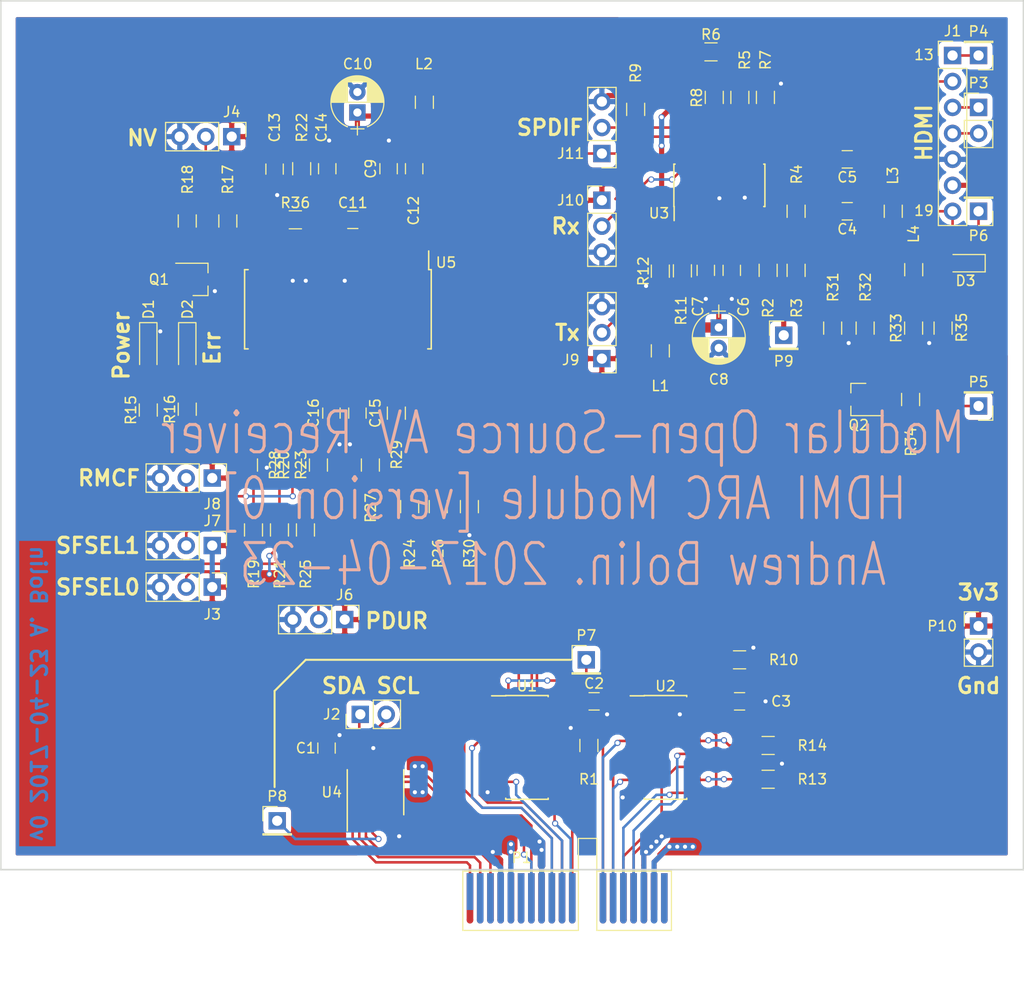
<source format=kicad_pcb>
(kicad_pcb (version 4) (host pcbnew 4.0.6-e0-6349~52~ubuntu17.04.1)
  (layers (0 F.Cu signal) (31 B.Cu signal) (34 B.Paste user) (35 F.Paste user) (36 B.SilkS user) (37 F.SilkS user) (38 B.Mask user) (39 F.Mask user) (44 Edge.Cuts user))
  (net 0 "")
  (net 1 +3V3)
  (net 2 GND)
  (net 3 VDDA)
  (net 4 "Net-(C9-Pad1)")
  (net 5 "Net-(C10-Pad1)")
  (net 6 "Net-(C12-Pad1)")
  (net 7 "Net-(C13-Pad1)")
  (net 8 "Net-(C14-Pad1)")
  (net 9 "Net-(D1-Pad2)")
  (net 10 "Net-(D2-Pad2)")
  (net 11 "Net-(D2-Pad1)")
  (net 12 /CEC)
  (net 13 /HEAC+)
  (net 14 /HDMI_SCL)
  (net 15 /HDMI_SDA)
  (net 16 +5V)
  (net 17 /HEAC-)
  (net 18 "/Module Common/SDA")
  (net 19 "/Module Common/SCL")
  (net 20 /CS8416/SFSEL0)
  (net 21 /CS8416/RM/NV)
  (net 22 /CS8416/PDUR)
  (net 23 /CS8416/SFSEL1)
  (net 24 /CS8416/RMCF)
  (net 25 "/Module Common/A0")
  (net 26 "/Module Common/A1")
  (net 27 "/Module Common/A2")
  (net 28 "Net-(P1-PadB6)")
  (net 29 "/Module Common/Mclk_in")
  (net 30 "/Module Common/Sclk_in")
  (net 31 "/Module Common/LRclk_in")
  (net 32 "/Module Common/I2S2_in")
  (net 33 "/Module Common/I2S3_in")
  (net 34 "Net-(P1-PadB18)")
  (net 35 "/Module Common/I2S0_in")
  (net 36 "/Module Common/I2S1_in")
  (net 37 "Net-(P1-PadA1)")
  (net 38 "Net-(P1-PadA2)")
  (net 39 "Net-(P1-PadA3)")
  (net 40 "Net-(P1-PadA6)")
  (net 41 "/Module Common/Mclk_out")
  (net 42 "/Module Common/Sclk_out")
  (net 43 "/Module Common/LRclk_out")
  (net 44 "/Module Common/I2S2_out")
  (net 45 "/Module Common/I2S3_out")
  (net 46 "Net-(P1-PadA18)")
  (net 47 "/Module Common/I2S0_out")
  (net 48 "/Module Common/I2S1_out")
  (net 49 "Net-(R1-Pad2)")
  (net 50 "Net-(R2-Pad1)")
  (net 51 "Net-(C4-Pad2)")
  (net 52 "Net-(C5-Pad2)")
  (net 53 "Net-(R5-Pad1)")
  (net 54 "Net-(R5-Pad2)")
  (net 55 "Net-(R7-Pad1)")
  (net 56 "Net-(R8-Pad2)")
  (net 57 "/Module Common/I2S1_mod")
  (net 58 "Net-(R11-Pad2)")
  (net 59 "/Module Common/I2S2_mod")
  (net 60 "/Module Common/I2S3_mod")
  (net 61 "Net-(R17-Pad1)")
  (net 62 "Net-(Q1-Pad1)")
  (net 63 "Net-(R19-Pad1)")
  (net 64 "Net-(R20-Pad1)")
  (net 65 "Net-(R21-Pad1)")
  (net 66 "Net-(R23-Pad2)")
  (net 67 /CS8416/S_clk)
  (net 68 "Net-(R24-Pad2)")
  (net 69 "Net-(R25-Pad2)")
  (net 70 /CS8416/LR_clk)
  (net 71 "Net-(R26-Pad2)")
  (net 72 /CS8416/M_clk)
  (net 73 "Net-(R27-Pad2)")
  (net 74 "Net-(R28-Pad2)")
  (net 75 "/Module Common/I2S0_mod")
  (net 76 "Net-(R29-Pad2)")
  (net 77 "/Module Common/IO0")
  (net 78 "/Module Common/IO1")
  (net 79 "/Module Common/IO2")
  (net 80 "/Module Common/IO3")
  (net 81 "/Module Common/IO4")
  (net 82 "/Module Common/IO5")
  (net 83 "/Module Common/IO6")
  (net 84 "/Module Common/IO7")
  (net 85 "Net-(U5-Pad1)")
  (net 86 "Net-(U5-Pad2)")
  (net 87 "Net-(U5-Pad3)")
  (net 88 /SPD_Rx)
  (net 89 /Tx_En)
  (net 90 /Rx_En)
  (net 91 /SPD_Tx)
  (net 92 "Net-(L3-Pad1)")
  (net 93 "Net-(L4-Pad1)")
  (net 94 "/arc tx/Ctrl_Tx")
  (net 95 "Net-(Q2-Pad3)")
  (net 96 /HDMI_HotPlug)
  (net 97 "Net-(R36-Pad1)")
  (module Capacitors_SMD:C_0805_HandSoldering (layer F.Cu) (at 142.24 113.538)
    (fp_text reference C3 (at 4.064 0) (layer F.SilkS))
    (fp_text value 0.1uF)
    (pad 1 smd rect (at -1.25 0) (size 1.5 1.25) (layers F.Cu F.Paste F.Mask) (net 1 +3V3))
    (pad 2 smd rect (at 1.25 0) (size 1.5 1.25) (layers F.Cu F.Paste F.Mask) (net 2 GND))
  )
  (module Connectors:PCI-EXPRESS (layer F.Cu) (at 115.88 132.15)
    (fp_text reference P1 (at 5.05 -3.31) (layer F.SilkS))
    (fp_text value pcie_1x_edge)
    (pad "" connect circle (at 19 2.8) (size 0.65 0.65) (layers F.Cu F.Mask))
    (pad B1 connect rect (at 0 0.5) (size 0.65 4.6) (layers F.Cu F.Mask) (net 25 "/Module Common/A0"))
    (pad B2 connect rect (at 1 0.5) (size 0.65 4.6) (layers F.Cu F.Mask) (net 26 "/Module Common/A1"))
    (pad B3 connect rect (at 2 0.5) (size 0.65 4.6) (layers F.Cu F.Mask) (net 27 "/Module Common/A2"))
    (pad B4 connect rect (at 3 0.5) (size 0.65 4.6) (layers F.Cu F.Mask) (net 2 GND))
    (pad B5 connect rect (at 4 0.5) (size 0.65 4.6) (layers F.Cu F.Mask) (net 1 +3V3))
    (pad B6 connect rect (at 5 0.5) (size 0.65 4.6) (layers F.Cu F.Mask) (net 28 "Net-(P1-PadB6)"))
    (pad B7 connect rect (at 6 0.5) (size 0.65 4.6) (layers F.Cu F.Mask) (net 19 "/Module Common/SCL"))
    (pad B8 connect rect (at 7 0.5) (size 0.65 4.6) (layers F.Cu F.Mask) (net 2 GND))
    (pad B9 connect rect (at 8 0.5) (size 0.65 4.6) (layers F.Cu F.Mask) (net 29 "/Module Common/Mclk_in"))
    (pad B10 connect rect (at 9 0.5) (size 0.65 4.6) (layers F.Cu F.Mask) (net 30 "/Module Common/Sclk_in"))
    (pad B11 connect rect (at 10 0.5) (size 0.65 4.6) (layers F.Cu F.Mask) (net 31 "/Module Common/LRclk_in"))
    (pad B14 connect rect (at 15 0.5) (size 0.65 4.6) (layers F.Cu F.Mask) (net 32 "/Module Common/I2S2_in"))
    (pad B15 connect rect (at 16 0.5) (size 0.65 4.6) (layers F.Cu F.Mask) (net 33 "/Module Common/I2S3_in"))
    (pad B16 connect rect (at 17 0.5) (size 0.65 4.6) (layers F.Cu F.Mask) (net 2 GND))
    (pad B17 connect rect (at 18 0) (size 0.65 3.6) (layers F.Cu F.Mask) (net 1 +3V3))
    (pad B18 connect rect (at 19 0.5) (size 0.65 4.6) (layers F.Cu F.Mask) (net 34 "Net-(P1-PadB18)"))
    (pad B12 connect rect (at 13 0.5) (size 0.65 4.6) (layers F.Cu F.Mask) (net 35 "/Module Common/I2S0_in"))
    (pad B13 connect rect (at 14 0.5) (size 0.65 4.6) (layers F.Cu F.Mask) (net 36 "/Module Common/I2S1_in"))
    (pad A1 connect rect (at 0 0) (size 0.65 3.6) (layers B.Cu B.Mask) (net 37 "Net-(P1-PadA1)"))
    (pad A2 connect rect (at 1 0.5) (size 0.65 4.6) (layers B.Cu B.Mask) (net 38 "Net-(P1-PadA2)"))
    (pad A3 connect rect (at 2 0.5) (size 0.65 4.6) (layers B.Cu B.Mask) (net 39 "Net-(P1-PadA3)"))
    (pad A4 connect rect (at 3 0.5) (size 0.65 4.6) (layers B.Cu B.Mask) (net 2 GND))
    (pad A5 connect rect (at 4 0.5) (size 0.65 4.6) (layers B.Cu B.Mask) (net 1 +3V3))
    (pad A6 connect rect (at 5 0.5) (size 0.65 4.6) (layers B.Cu B.Mask) (net 40 "Net-(P1-PadA6)"))
    (pad A7 connect rect (at 6 0.5) (size 0.65 4.6) (layers B.Cu B.Mask) (net 18 "/Module Common/SDA"))
    (pad A8 connect rect (at 7 0.5) (size 0.65 4.6) (layers B.Cu B.Mask) (net 2 GND))
    (pad A9 connect rect (at 8 0.5) (size 0.65 4.6) (layers B.Cu B.Mask) (net 41 "/Module Common/Mclk_out"))
    (pad A10 connect rect (at 9 0.5) (size 0.65 4.6) (layers B.Cu B.Mask) (net 42 "/Module Common/Sclk_out"))
    (pad A11 connect rect (at 10 0.5) (size 0.65 4.6) (layers B.Cu B.Mask) (net 43 "/Module Common/LRclk_out"))
    (pad A14 connect rect (at 15 0.5) (size 0.65 4.6) (layers B.Cu B.Mask) (net 44 "/Module Common/I2S2_out"))
    (pad A15 connect rect (at 16 0.5) (size 0.65 4.6) (layers B.Cu B.Mask) (net 45 "/Module Common/I2S3_out"))
    (pad A16 connect rect (at 17 0.5) (size 0.65 4.6) (layers B.Cu B.Mask) (net 2 GND))
    (pad A17 connect rect (at 18 0.5) (size 0.65 4.6) (layers B.Cu B.Mask) (net 1 +3V3))
    (pad A18 connect rect (at 19 0.5) (size 0.65 4.6) (layers B.Cu B.Mask) (net 46 "Net-(P1-PadA18)"))
    (pad A12 connect rect (at 13 0.5) (size 0.65 4.6) (layers B.Cu B.Mask) (net 47 "/Module Common/I2S0_out"))
    (pad A13 connect rect (at 14 0.5) (size 0.65 4.6) (layers B.Cu B.Mask) (net 48 "/Module Common/I2S1_out"))
    (pad "" connect circle (at 2 2.8) (size 0.65 0.65) (layers F.Cu F.Mask))
    (pad "" connect circle (at 3 2.8) (size 0.65 0.65) (layers F.Cu F.Mask))
    (pad "" connect circle (at 4 2.8) (size 0.65 0.65) (layers F.Cu F.Mask))
    (pad "" connect circle (at 5 2.8) (size 0.65 0.65) (layers F.Cu F.Mask))
    (pad "" connect circle (at 6 2.8) (size 0.65 0.65) (layers F.Cu F.Mask))
    (pad "" connect circle (at 7 2.8) (size 0.65 0.65) (layers F.Cu F.Mask))
    (pad "" connect circle (at 8 2.8) (size 0.65 0.65) (layers F.Cu F.Mask))
    (pad "" connect circle (at 9 2.8) (size 0.65 0.65) (layers F.Cu F.Mask))
    (pad "" connect circle (at 10 2.8) (size 0.65 0.65) (layers F.Cu F.Mask))
    (pad "" connect circle (at 0 2.8) (size 0.65 0.65) (layers F.Cu F.Mask))
    (pad "" connect circle (at 13 2.8) (size 0.65 0.65) (layers F.Cu F.Mask))
    (pad "" connect circle (at 14 2.8) (size 0.65 0.65) (layers F.Cu F.Mask))
    (pad "" connect circle (at 15 2.8) (size 0.65 0.65) (layers F.Cu F.Mask))
    (pad "" connect circle (at 16 2.8) (size 0.65 0.65) (layers F.Cu F.Mask))
    (pad "" connect circle (at 17 2.8) (size 0.65 0.65) (layers F.Cu F.Mask))
    (pad "" connect circle (at 1 2.8) (size 0.65 0.65) (layers F.Cu F.Mask))
    (pad "" connect oval (at 3 2.8 90) (size 0.65 0.65) (layers B.Cu B.Mask))
    (pad "" connect oval (at 4 2.8 90) (size 0.65 0.65) (layers B.Cu B.Mask))
    (pad "" connect oval (at 5 2.8 90) (size 0.65 0.65) (layers B.Cu B.Mask))
    (pad "" connect oval (at 6 2.8 90) (size 0.65 0.65) (layers B.Cu B.Mask))
    (pad "" connect oval (at 7 2.8 90) (size 0.65 0.65) (layers B.Cu B.Mask))
    (pad "" connect oval (at 8 2.8 90) (size 0.65 0.65) (layers B.Cu B.Mask))
    (pad "" connect oval (at 9 2.8 90) (size 0.65 0.65) (layers B.Cu B.Mask))
    (pad "" connect oval (at 15 2.8 90) (size 0.65 0.65) (layers B.Cu B.Mask))
    (pad "" connect oval (at 16 2.8 90) (size 0.65 0.65) (layers B.Cu B.Mask))
    (pad "" connect oval (at 2 2.8 90) (size 0.65 0.65) (layers B.Cu B.Mask))
    (pad "" connect oval (at 14 2.8 90) (size 0.65 0.65) (layers B.Cu B.Mask))
    (pad "" connect oval (at 17 2.8 90) (size 0.65 0.65) (layers B.Cu B.Mask))
    (pad "" connect oval (at 10 2.8 90) (size 0.65 0.65) (layers B.Cu B.Mask))
    (pad "" connect oval (at 13 2.8 90) (size 0.65 0.65) (layers B.Cu B.Mask))
    (pad "" connect oval (at 18 2.8 90) (size 0.65 0.65) (layers B.Cu B.Mask))
    (pad "" connect oval (at 19 2.8 90) (size 0.65 0.65) (layers B.Cu B.Mask))
    (pad "" connect oval (at 1 2.8 90) (size 0.65 0.65) (layers B.Cu B.Mask))
  )
  (module Capacitors_SMD:C_0805_HandSoldering (layer F.Cu) (at 152.768 60.514 180)
    (fp_text reference C5 (at 0 -1.75 180) (layer F.SilkS))
    (fp_text value 1u)
    (pad 1 smd rect (at -1.25 0 180) (size 1.5 1.25) (layers F.Cu F.Paste F.Mask) (net 13 /HEAC+))
    (pad 2 smd rect (at 1.25 0 180) (size 1.5 1.25) (layers F.Cu F.Paste F.Mask) (net 52 "Net-(C5-Pad2)"))
  )
  (module Capacitors_SMD:C_0805_HandSoldering (layer F.Cu) (at 152.768 65.594 180)
    (fp_text reference C4 (at 0 -1.75 180) (layer F.SilkS))
    (fp_text value 1u)
    (pad 1 smd rect (at -1.25 0 180) (size 1.5 1.25) (layers F.Cu F.Paste F.Mask) (net 17 /HEAC-))
    (pad 2 smd rect (at 1.25 0 180) (size 1.5 1.25) (layers F.Cu F.Paste F.Mask) (net 51 "Net-(C4-Pad2)"))
  )
  (module Inductors_SMD:L_0805_HandSoldering (layer F.Cu) (at 159.268 71.309 90)
    (fp_text reference L4 (at 3.491 -0.01 90) (layer F.SilkS))
    (fp_text value 300)
    (pad 1 smd rect (at -1.35 0 90) (size 1.5 1.3) (layers F.Cu F.Paste F.Mask) (net 93 "Net-(L4-Pad1)"))
    (pad 2 smd rect (at 1.35 0 90) (size 1.5 1.3) (layers F.Cu F.Paste F.Mask) (net 17 /HEAC-))
  )
  (module Inductors_SMD:L_0805_HandSoldering (layer F.Cu) (at 157.268 65.594 90)
    (fp_text reference L3 (at 3.491 -0.042 90) (layer F.SilkS))
    (fp_text value 300)
    (pad 1 smd rect (at -1.35 0 90) (size 1.5 1.3) (layers F.Cu F.Paste F.Mask) (net 92 "Net-(L3-Pad1)"))
    (pad 2 smd rect (at 1.35 0 90) (size 1.5 1.3) (layers F.Cu F.Paste F.Mask) (net 13 /HEAC+))
  )
  (module Resistors_SMD:R_0805_HandSoldering (layer F.Cu) (at 147.768 71.374 90)
    (fp_text reference R3 (at -3.683 0.06 90) (layer F.SilkS))
    (fp_text value 5.1)
    (pad 1 smd rect (at -1.35 0 90) (size 1.5 1.3) (layers F.Cu F.Paste F.Mask) (net 3 VDDA))
    (pad 2 smd rect (at 1.35 0 90) (size 1.5 1.3) (layers F.Cu F.Paste F.Mask) (net 50 "Net-(R2-Pad1)"))
  )
  (module Capacitors_SMD:C_0805_HandSoldering (layer F.Cu) (at 138.938 71.374 270)
    (fp_text reference C7 (at 3.556 0.762 270) (layer F.SilkS))
    (fp_text value 0.1u)
    (pad 1 smd rect (at -1.25 0 270) (size 1.5 1.25) (layers F.Cu F.Paste F.Mask) (net 3 VDDA))
    (pad 2 smd rect (at 1.25 0 270) (size 1.5 1.25) (layers F.Cu F.Paste F.Mask) (net 2 GND))
  )
  (module Resistors_SMD:R_0805_HandSoldering (layer F.Cu) (at 145.034 71.374 90)
    (fp_text reference R2 (at -3.683 0 90) (layer F.SilkS))
    (fp_text value 49.9)
    (pad 1 smd rect (at -1.35 0 90) (size 1.5 1.3) (layers F.Cu F.Paste F.Mask) (net 50 "Net-(R2-Pad1)"))
    (pad 2 smd rect (at 1.35 0 90) (size 1.5 1.3) (layers F.Cu F.Paste F.Mask) (net 51 "Net-(C4-Pad2)"))
  )
  (module Resistors_SMD:R_0805_HandSoldering (layer F.Cu) (at 136.652 71.421 90)
    (fp_text reference R11 (at -3.89 -0.127 90) (layer F.SilkS))
    (fp_text value 1k)
    (pad 1 smd rect (at -1.35 0 90) (size 1.5 1.3) (layers F.Cu F.Paste F.Mask) (net 1 +3V3))
    (pad 2 smd rect (at 1.35 0 90) (size 1.5 1.3) (layers F.Cu F.Paste F.Mask) (net 58 "Net-(R11-Pad2)"))
  )
  (module Capacitors_SMD:C_0805_HandSoldering (layer F.Cu) (at 141.478 71.374 270)
    (fp_text reference C6 (at 3.556 -1.143 270) (layer F.SilkS))
    (fp_text value 0.1u)
    (pad 1 smd rect (at -1.25 0 270) (size 1.5 1.25) (layers F.Cu F.Paste F.Mask) (net 3 VDDA))
    (pad 2 smd rect (at 1.25 0 270) (size 1.5 1.25) (layers F.Cu F.Paste F.Mask) (net 2 GND))
  )
  (module Capacitors_THT:CP_Radial_D5.0mm_P2.00mm (layer F.Cu) (at 140.208 76.962 270)
    (fp_text reference C8 (at 5.08 0 360) (layer F.SilkS))
    (fp_text value 47u)
    (pad 1 thru_hole rect (at 0 0 270) (size 1.6 1.6) (drill 0.8) (layers *.Cu *.Mask) (net 3 VDDA))
    (pad 2 thru_hole circle (at 2 0 270) (size 1.6 1.6) (drill 0.8) (layers *.Cu *.Mask) (net 2 GND))
  )
  (module Resistors_SMD:R_0805_HandSoldering (layer F.Cu) (at 151.343 77.024 270)
    (fp_text reference R31 (at -3.999 -0.041 270) (layer F.SilkS))
    (fp_text value 5k1)
    (pad 1 smd rect (at -1.35 0 270) (size 1.5 1.3) (layers F.Cu F.Paste F.Mask) (net 92 "Net-(L3-Pad1)"))
    (pad 2 smd rect (at 1.35 0 270) (size 1.5 1.3) (layers F.Cu F.Paste F.Mask) (net 2 GND))
  )
  (module Resistors_SMD:R_0805_HandSoldering (layer F.Cu) (at 158.963 84.009 90)
    (fp_text reference R34 (at -4.129 0.041 90) (layer F.SilkS))
    (fp_text value 10k)
    (pad 1 smd rect (at -1.35 0 90) (size 1.5 1.3) (layers F.Cu F.Paste F.Mask) (net 94 "/arc tx/Ctrl_Tx"))
    (pad 2 smd rect (at 1.35 0 90) (size 1.5 1.3) (layers F.Cu F.Paste F.Mask) (net 16 +5V))
  )
  (module TO_SOT_Packages_SMD:SOT-23_Handsoldering (layer F.Cu) (at 153.883 84.009 180)
    (fp_text reference Q2 (at 0 -2.5 180) (layer F.SilkS))
    (fp_text value NTR4502)
    (pad 1 smd rect (at -1.5 -0.95 180) (size 1.9 0.8) (layers F.Cu F.Paste F.Mask) (net 94 "/arc tx/Ctrl_Tx"))
    (pad 2 smd rect (at -1.5 0.95 180) (size 1.9 0.8) (layers F.Cu F.Paste F.Mask) (net 16 +5V))
    (pad 3 smd rect (at 1.5 0 180) (size 1.9 0.8) (layers F.Cu F.Paste F.Mask) (net 95 "Net-(Q2-Pad3)"))
  )
  (module Resistors_SMD:R_0805_HandSoldering (layer F.Cu) (at 159.258 77.024 90)
    (fp_text reference R33 (at 0 -1.7 90) (layer F.SilkS))
    (fp_text value 1k2)
    (pad 1 smd rect (at -1.35 0 90) (size 1.5 1.3) (layers F.Cu F.Paste F.Mask) (net 95 "Net-(Q2-Pad3)"))
    (pad 2 smd rect (at 1.35 0 90) (size 1.5 1.3) (layers F.Cu F.Paste F.Mask) (net 93 "Net-(L4-Pad1)"))
  )
  (module Diodes_SMD:D_SOD-323_HandSoldering (layer F.Cu) (at 164.358 70.674 180)
    (fp_text reference D3 (at 0.02 -1.716 180) (layer F.SilkS))
    (fp_text value BAS16H)
    (pad 1 smd rect (at -1.25 0 180) (size 1 1) (layers F.Cu F.Paste F.Mask) (net 96 /HDMI_HotPlug))
    (pad 2 smd rect (at 1.25 0 180) (size 1 1) (layers F.Cu F.Paste F.Mask) (net 17 /HEAC-))
  )
  (module Pin_Headers:Pin_Header_Straight_1x01_Pitch2.54mm (layer F.Cu) (at 165.608 84.644 180)
    (fp_text reference P5 (at 0 2.348 180) (layer F.SilkS))
    (fp_text value CONN_01X01)
    (pad 1 thru_hole rect (at 0 0 180) (size 1.7 1.7) (drill 1) (layers *.Cu *.Mask) (net 94 "/arc tx/Ctrl_Tx"))
  )
  (module Resistors_SMD:R_0805_HandSoldering (layer F.Cu) (at 162.138 77.024 90)
    (fp_text reference R35 (at 0.062 1.819 90) (layer F.SilkS))
    (fp_text value 5k1)
    (pad 1 smd rect (at -1.35 0 90) (size 1.5 1.3) (layers F.Cu F.Paste F.Mask) (net 2 GND))
    (pad 2 smd rect (at 1.35 0 90) (size 1.5 1.3) (layers F.Cu F.Paste F.Mask) (net 93 "Net-(L4-Pad1)"))
  )
  (module Resistors_SMD:R_0805_HandSoldering (layer F.Cu) (at 154.518 77.024 90)
    (fp_text reference R32 (at 3.999 0.041 90) (layer F.SilkS))
    (fp_text value 1k2)
    (pad 1 smd rect (at -1.35 0 90) (size 1.5 1.3) (layers F.Cu F.Paste F.Mask) (net 95 "Net-(Q2-Pad3)"))
    (pad 2 smd rect (at 1.35 0 90) (size 1.5 1.3) (layers F.Cu F.Paste F.Mask) (net 92 "Net-(L3-Pad1)"))
  )
  (module Resistors_SMD:R_0805_HandSoldering (layer F.Cu) (at 142.268 54.454 270)
    (fp_text reference R5 (at -3.654 -0.48 270) (layer F.SilkS))
    (fp_text value 49.9)
    (pad 1 smd rect (at -1.35 0 270) (size 1.5 1.3) (layers F.Cu F.Paste F.Mask) (net 53 "Net-(R5-Pad1)"))
    (pad 2 smd rect (at 1.35 0 270) (size 1.5 1.3) (layers F.Cu F.Paste F.Mask) (net 54 "Net-(R5-Pad2)"))
  )
  (module Resistors_SMD:R_0805_HandSoldering (layer F.Cu) (at 139.768 54.454 270)
    (fp_text reference R8 (at 0.029 1.719 270) (layer F.SilkS))
    (fp_text value 49.9)
    (pad 1 smd rect (at -1.35 0 270) (size 1.5 1.3) (layers F.Cu F.Paste F.Mask) (net 53 "Net-(R5-Pad1)"))
    (pad 2 smd rect (at 1.35 0 270) (size 1.5 1.3) (layers F.Cu F.Paste F.Mask) (net 56 "Net-(R8-Pad2)"))
  )
  (module Resistors_SMD:R_0805_HandSoldering (layer F.Cu) (at 139.446 50)
    (fp_text reference R6 (at 0 -1.7) (layer F.SilkS))
    (fp_text value 5.1)
    (pad 1 smd rect (at -1.35 0) (size 1.5 1.3) (layers F.Cu F.Paste F.Mask) (net 3 VDDA))
    (pad 2 smd rect (at 1.35 0) (size 1.5 1.3) (layers F.Cu F.Paste F.Mask) (net 53 "Net-(R5-Pad1)"))
  )
  (module Resistors_SMD:R_0805_HandSoldering (layer F.Cu) (at 144.768 54.454 90)
    (fp_text reference R7 (at 3.654 0.012 90) (layer F.SilkS))
    (fp_text value 39k)
    (pad 1 smd rect (at -1.35 0 90) (size 1.5 1.3) (layers F.Cu F.Paste F.Mask) (net 55 "Net-(R7-Pad1)"))
    (pad 2 smd rect (at 1.35 0 90) (size 1.5 1.3) (layers F.Cu F.Paste F.Mask) (net 2 GND))
  )
  (module Resistors_SMD:R_0805_HandSoldering (layer F.Cu) (at 147.768 65.594 90)
    (fp_text reference R4 (at 3.618 0.06 90) (layer F.SilkS))
    (fp_text value 49.9)
    (pad 1 smd rect (at -1.35 0 90) (size 1.5 1.3) (layers F.Cu F.Paste F.Mask) (net 50 "Net-(R2-Pad1)"))
    (pad 2 smd rect (at 1.35 0 90) (size 1.5 1.3) (layers F.Cu F.Paste F.Mask) (net 52 "Net-(C5-Pad2)"))
  )
  (module Housings_SOIC:SOIC-14_3.9x8.7mm_Pitch1.27mm (layer F.Cu) (at 140.268 63.054 90)
    (fp_text reference U3 (at -2.732 -5.902 180) (layer F.SilkS))
    (fp_text value EP91H0)
    (pad 1 smd rect (at -2.7 -3.81 90) (size 1.5 0.6) (layers F.Cu F.Paste F.Mask) (net 89 /Tx_En))
    (pad 2 smd rect (at -2.7 -2.54 90) (size 1.5 0.6) (layers F.Cu F.Paste F.Mask) (net 58 "Net-(R11-Pad2)"))
    (pad 3 smd rect (at -2.7 -1.27 90) (size 1.5 0.6) (layers F.Cu F.Paste F.Mask) (net 3 VDDA))
    (pad 4 smd rect (at -2.7 0 90) (size 1.5 0.6) (layers F.Cu F.Paste F.Mask) (net 2 GND))
    (pad 5 smd rect (at -2.7 1.27 90) (size 1.5 0.6) (layers F.Cu F.Paste F.Mask) (net 3 VDDA))
    (pad 6 smd rect (at -2.7 2.54 90) (size 1.5 0.6) (layers F.Cu F.Paste F.Mask) (net 2 GND))
    (pad 7 smd rect (at -2.7 3.81 90) (size 1.5 0.6) (layers F.Cu F.Paste F.Mask) (net 51 "Net-(C4-Pad2)"))
    (pad 8 smd rect (at 2.7 3.81 90) (size 1.5 0.6) (layers F.Cu F.Paste F.Mask) (net 52 "Net-(C5-Pad2)"))
    (pad 9 smd rect (at 2.7 2.54 90) (size 1.5 0.6) (layers F.Cu F.Paste F.Mask) (net 55 "Net-(R7-Pad1)"))
    (pad 10 smd rect (at 2.7 1.27 90) (size 1.5 0.6) (layers F.Cu F.Paste F.Mask) (net 54 "Net-(R5-Pad2)"))
    (pad 11 smd rect (at 2.7 0 90) (size 1.5 0.6) (layers F.Cu F.Paste F.Mask) (net 56 "Net-(R8-Pad2)"))
    (pad 12 smd rect (at 2.7 -1.27 90) (size 1.5 0.6) (layers F.Cu F.Paste F.Mask) (net 91 /SPD_Tx))
    (pad 13 smd rect (at 2.7 -2.54 90) (size 1.5 0.6) (layers F.Cu F.Paste F.Mask) (net 88 /SPD_Rx))
    (pad 14 smd rect (at 2.7 -3.81 90) (size 1.5 0.6) (layers F.Cu F.Paste F.Mask) (net 90 /Rx_En))
  )
  (module Pin_Headers:Pin_Header_Straight_1x01_Pitch2.54mm (layer F.Cu) (at 165.608 50.354 180)
    (fp_text reference P4 (at 0 2.348 180) (layer F.SilkS))
    (fp_text value CONN_01X01)
    (pad 1 thru_hole rect (at 0 0 180) (size 1.7 1.7) (drill 1) (layers *.Cu *.Mask) (net 12 /CEC))
  )
  (module Pin_Headers:Pin_Header_Straight_1x07_Pitch2.54mm (layer F.Cu) (at 163.068 50.354)
    (fp_text reference J1 (at 0 -2.39) (layer F.SilkS))
    (fp_text value CONN_01X07)
    (pad 1 thru_hole rect (at 0 0) (size 1.7 1.7) (drill 1) (layers *.Cu *.Mask) (net 12 /CEC))
    (pad 2 thru_hole oval (at 0 2.54) (size 1.7 1.7) (drill 1) (layers *.Cu *.Mask) (net 13 /HEAC+))
    (pad 3 thru_hole oval (at 0 5.08) (size 1.7 1.7) (drill 1) (layers *.Cu *.Mask) (net 14 /HDMI_SCL))
    (pad 4 thru_hole oval (at 0 7.62) (size 1.7 1.7) (drill 1) (layers *.Cu *.Mask) (net 15 /HDMI_SDA))
    (pad 5 thru_hole oval (at 0 10.16) (size 1.7 1.7) (drill 1) (layers *.Cu *.Mask) (net 2 GND))
    (pad 6 thru_hole oval (at 0 12.7) (size 1.7 1.7) (drill 1) (layers *.Cu *.Mask) (net 16 +5V))
    (pad 7 thru_hole oval (at 0 15.24) (size 1.7 1.7) (drill 1) (layers *.Cu *.Mask) (net 17 /HEAC-))
  )
  (module Pin_Headers:Pin_Header_Straight_1x02_Pitch2.54mm (layer F.Cu) (at 165.608 55.434)
    (fp_text reference P3 (at 0 -2.39) (layer F.SilkS))
    (fp_text value CONN_01X02)
    (pad 1 thru_hole rect (at 0 0) (size 1.7 1.7) (drill 1) (layers *.Cu *.Mask) (net 14 /HDMI_SCL))
    (pad 2 thru_hole oval (at 0 2.54) (size 1.7 1.7) (drill 1) (layers *.Cu *.Mask) (net 15 /HDMI_SDA))
  )
  (module Pin_Headers:Pin_Header_Straight_1x01_Pitch2.54mm (layer F.Cu) (at 165.608 65.594 180)
    (fp_text reference P6 (at 0 -2.39 180) (layer F.SilkS))
    (fp_text value CONN_01X01)
    (pad 1 thru_hole rect (at 0 0 180) (size 1.7 1.7) (drill 1) (layers *.Cu *.Mask) (net 96 /HDMI_HotPlug))
  )
  (module Resistors_SMD:R_0805_HandSoldering (layer F.Cu) (at 108.682 85.344 90)
    (fp_text reference R29 (at -4.064 0.03 90) (layer F.SilkS))
    (fp_text value 33R)
    (pad 1 smd rect (at -1.35 0 90) (size 1.5 1.3) (layers F.Cu F.Paste F.Mask) (net 75 "/Module Common/I2S0_mod"))
    (pad 2 smd rect (at 1.35 0 90) (size 1.5 1.3) (layers F.Cu F.Paste F.Mask) (net 76 "Net-(R29-Pad2)"))
  )
  (module Housings_SOIC:SOIC-28W_7.5x17.9mm_Pitch1.27mm (layer F.Cu) (at 102.967 75.18 270)
    (fp_text reference U5 (at -4.568 -10.571 360) (layer F.SilkS))
    (fp_text value CS8416)
    (pad 1 smd rect (at -4.7 -8.255 270) (size 2 0.6) (layers F.Cu F.Paste F.Mask) (net 85 "Net-(U5-Pad1)"))
    (pad 2 smd rect (at -4.7 -6.985 270) (size 2 0.6) (layers F.Cu F.Paste F.Mask) (net 86 "Net-(U5-Pad2)"))
    (pad 3 smd rect (at -4.7 -5.715 270) (size 2 0.6) (layers F.Cu F.Paste F.Mask) (net 87 "Net-(U5-Pad3)"))
    (pad 4 smd rect (at -4.7 -4.445 270) (size 2 0.6) (layers F.Cu F.Paste F.Mask) (net 6 "Net-(C12-Pad1)"))
    (pad 5 smd rect (at -4.7 -3.175 270) (size 2 0.6) (layers F.Cu F.Paste F.Mask) (net 4 "Net-(C9-Pad1)"))
    (pad 6 smd rect (at -4.7 -1.905 270) (size 2 0.6) (layers F.Cu F.Paste F.Mask) (net 5 "Net-(C10-Pad1)"))
    (pad 7 smd rect (at -4.7 -0.635 270) (size 2 0.6) (layers F.Cu F.Paste F.Mask) (net 2 GND))
    (pad 8 smd rect (at -4.7 0.635 270) (size 2 0.6) (layers F.Cu F.Paste F.Mask) (net 8 "Net-(C14-Pad1)"))
    (pad 9 smd rect (at -4.7 1.905 270) (size 2 0.6) (layers F.Cu F.Paste F.Mask) (net 97 "Net-(R36-Pad1)"))
    (pad 10 smd rect (at -4.7 3.175 270) (size 2 0.6) (layers F.Cu F.Paste F.Mask) (net 2 GND))
    (pad 11 smd rect (at -4.7 4.445 270) (size 2 0.6) (layers F.Cu F.Paste F.Mask) (net 2 GND))
    (pad 12 smd rect (at -4.7 5.715 270) (size 2 0.6) (layers F.Cu F.Paste F.Mask) (net 1 +3V3))
    (pad 13 smd rect (at -4.7 6.985 270) (size 2 0.6) (layers F.Cu F.Paste F.Mask) (net 1 +3V3))
    (pad 14 smd rect (at -4.7 8.255 270) (size 2 0.6) (layers F.Cu F.Paste F.Mask) (net 61 "Net-(R17-Pad1)"))
    (pad 15 smd rect (at 4.7 8.255 270) (size 2 0.6) (layers F.Cu F.Paste F.Mask) (net 63 "Net-(R19-Pad1)"))
    (pad 16 smd rect (at 4.7 6.985 270) (size 2 0.6) (layers F.Cu F.Paste F.Mask) (net 64 "Net-(R20-Pad1)"))
    (pad 17 smd rect (at 4.7 5.715 270) (size 2 0.6) (layers F.Cu F.Paste F.Mask) (net 65 "Net-(R21-Pad1)"))
    (pad 18 smd rect (at 4.7 4.445 270) (size 2 0.6) (layers F.Cu F.Paste F.Mask) (net 74 "Net-(R28-Pad2)"))
    (pad 19 smd rect (at 4.7 3.175 270) (size 2 0.6) (layers F.Cu F.Paste F.Mask) (net 69 "Net-(R25-Pad2)"))
    (pad 20 smd rect (at 4.7 1.905 270) (size 2 0.6) (layers F.Cu F.Paste F.Mask) (net 66 "Net-(R23-Pad2)"))
    (pad 21 smd rect (at 4.7 0.635 270) (size 2 0.6) (layers F.Cu F.Paste F.Mask) (net 1 +3V3))
    (pad 22 smd rect (at 4.7 -0.635 270) (size 2 0.6) (layers F.Cu F.Paste F.Mask) (net 2 GND))
    (pad 23 smd rect (at 4.7 -1.905 270) (size 2 0.6) (layers F.Cu F.Paste F.Mask) (net 1 +3V3))
    (pad 24 smd rect (at 4.7 -3.175 270) (size 2 0.6) (layers F.Cu F.Paste F.Mask) (net 73 "Net-(R27-Pad2)"))
    (pad 25 smd rect (at 4.7 -4.445 270) (size 2 0.6) (layers F.Cu F.Paste F.Mask) (net 2 GND))
    (pad 26 smd rect (at 4.7 -5.715 270) (size 2 0.6) (layers F.Cu F.Paste F.Mask) (net 76 "Net-(R29-Pad2)"))
    (pad 27 smd rect (at 4.7 -6.985 270) (size 2 0.6) (layers F.Cu F.Paste F.Mask) (net 68 "Net-(R24-Pad2)"))
    (pad 28 smd rect (at 4.7 -8.255 270) (size 2 0.6) (layers F.Cu F.Paste F.Mask) (net 71 "Net-(R26-Pad2)"))
  )
  (module Resistors_SMD:R_0805_HandSoldering (layer F.Cu) (at 101.062 90.42 90)
    (fp_text reference R23 (at 0 -1.7 90) (layer F.SilkS))
    (fp_text value 47k)
    (pad 1 smd rect (at -1.35 0 90) (size 1.5 1.3) (layers F.Cu F.Paste F.Mask) (net 22 /CS8416/PDUR))
    (pad 2 smd rect (at 1.35 0 90) (size 1.5 1.3) (layers F.Cu F.Paste F.Mask) (net 66 "Net-(R23-Pad2)"))
  )
  (module Resistors_SMD:R_0805_HandSoldering (layer F.Cu) (at 95.982 90.42 270)
    (fp_text reference R20 (at 0 -1.7 270) (layer F.SilkS))
    (fp_text value 47k)
    (pad 1 smd rect (at -1.35 0 270) (size 1.5 1.3) (layers F.Cu F.Paste F.Mask) (net 64 "Net-(R20-Pad1)"))
    (pad 2 smd rect (at 1.35 0 270) (size 1.5 1.3) (layers F.Cu F.Paste F.Mask) (net 2 GND))
  )
  (module Capacitors_SMD:C_0805_HandSoldering (layer F.Cu) (at 102.332 85.34 270)
    (fp_text reference C16 (at 0 1.748 270) (layer F.SilkS))
    (fp_text value 0.1u)
    (pad 1 smd rect (at -1.25 0 270) (size 1.5 1.25) (layers F.Cu F.Paste F.Mask) (net 1 +3V3))
    (pad 2 smd rect (at 1.25 0 270) (size 1.5 1.25) (layers F.Cu F.Paste F.Mask) (net 2 GND))
  )
  (module Resistors_SMD:R_0805_HandSoldering (layer F.Cu) (at 106.142 90.42 90)
    (fp_text reference R27 (at -4.195 0.03 90) (layer F.SilkS))
    (fp_text value 33R)
    (pad 1 smd rect (at -1.35 0 90) (size 1.5 1.3) (layers F.Cu F.Paste F.Mask) (net 72 /CS8416/M_clk))
    (pad 2 smd rect (at 1.35 0 90) (size 1.5 1.3) (layers F.Cu F.Paste F.Mask) (net 73 "Net-(R27-Pad2)"))
  )
  (module Capacitors_SMD:C_0805_HandSoldering (layer F.Cu) (at 104.872 85.34 270)
    (fp_text reference C15 (at 0 -1.75 270) (layer F.SilkS))
    (fp_text value 0.1u)
    (pad 1 smd rect (at -1.25 0 270) (size 1.5 1.25) (layers F.Cu F.Paste F.Mask) (net 1 +3V3))
    (pad 2 smd rect (at 1.25 0 270) (size 1.5 1.25) (layers F.Cu F.Paste F.Mask) (net 2 GND))
  )
  (module Resistors_SMD:R_0805_HandSoldering (layer F.Cu) (at 98.522 90.42 90)
    (fp_text reference R28 (at 0 -1.7 90) (layer F.SilkS))
    (fp_text value 47k)
    (pad 1 smd rect (at -1.35 0 90) (size 1.5 1.3) (layers F.Cu F.Paste F.Mask) (net 24 /CS8416/RMCF))
    (pad 2 smd rect (at 1.35 0 90) (size 1.5 1.3) (layers F.Cu F.Paste F.Mask) (net 74 "Net-(R28-Pad2)"))
  )
  (module Inductors_SMD:L_0805_HandSoldering (layer F.Cu) (at 134.493 79.248 90)
    (fp_text reference L1 (at -3.429 0 180) (layer F.SilkS))
    (fp_text value "300ohm @ 100MHz")
    (pad 1 smd rect (at -1.35 0 90) (size 1.5 1.3) (layers F.Cu F.Paste F.Mask) (net 1 +3V3))
    (pad 2 smd rect (at 1.35 0 90) (size 1.5 1.3) (layers F.Cu F.Paste F.Mask) (net 3 VDDA))
  )
  (module Resistors_SMD:R_0805_HandSoldering (layer F.Cu) (at 134.493 71.454 270)
    (fp_text reference R12 (at 0 1.651 270) (layer F.SilkS))
    (fp_text value 1k)
    (pad 1 smd rect (at -1.35 0 270) (size 1.5 1.3) (layers F.Cu F.Paste F.Mask) (net 58 "Net-(R11-Pad2)"))
    (pad 2 smd rect (at 1.35 0 270) (size 1.5 1.3) (layers F.Cu F.Paste F.Mask) (net 2 GND))
  )
  (module Pin_Headers:Pin_Header_Straight_1x03_Pitch2.54mm (layer F.Cu) (at 128.778 59.944 180)
    (fp_text reference J11 (at 3.048 0 180) (layer F.SilkS))
    (fp_text value CONN_01X03)
    (pad 1 thru_hole rect (at 0 0 180) (size 1.7 1.7) (drill 1) (layers *.Cu *.Mask) (net 88 /SPD_Rx))
    (pad 2 thru_hole oval (at 0 2.54 180) (size 1.7 1.7) (drill 1) (layers *.Cu *.Mask) (net 91 /SPD_Tx))
    (pad 3 thru_hole oval (at 0 5.08 180) (size 1.7 1.7) (drill 1) (layers *.Cu *.Mask) (net 2 GND))
  )
  (module Pin_Headers:Pin_Header_Straight_1x03_Pitch2.54mm (layer F.Cu) (at 128.778 80.01 180)
    (fp_text reference J9 (at 3.048 -0.127 180) (layer F.SilkS))
    (fp_text value CONN_01X03)
    (pad 1 thru_hole rect (at 0 0 180) (size 1.7 1.7) (drill 1) (layers *.Cu *.Mask) (net 1 +3V3))
    (pad 2 thru_hole oval (at 0 2.54 180) (size 1.7 1.7) (drill 1) (layers *.Cu *.Mask) (net 89 /Tx_En))
    (pad 3 thru_hole oval (at 0 5.08 180) (size 1.7 1.7) (drill 1) (layers *.Cu *.Mask) (net 2 GND))
  )
  (module Pin_Headers:Pin_Header_Straight_1x03_Pitch2.54mm (layer F.Cu) (at 128.778 64.516)
    (fp_text reference J10 (at -3.048 0) (layer F.SilkS))
    (fp_text value CONN_01X03)
    (pad 1 thru_hole rect (at 0 0) (size 1.7 1.7) (drill 1) (layers *.Cu *.Mask) (net 1 +3V3))
    (pad 2 thru_hole oval (at 0 2.54) (size 1.7 1.7) (drill 1) (layers *.Cu *.Mask) (net 90 /Rx_En))
    (pad 3 thru_hole oval (at 0 5.08) (size 1.7 1.7) (drill 1) (layers *.Cu *.Mask) (net 2 GND))
  )
  (module Resistors_SMD:R_0805_HandSoldering (layer F.Cu) (at 132.08 55.626 90)
    (fp_text reference R9 (at 3.556 0 90) (layer F.SilkS))
    (fp_text value 10k)
    (pad 1 smd rect (at -1.35 0 90) (size 1.5 1.3) (layers F.Cu F.Paste F.Mask) (net 91 /SPD_Tx))
    (pad 2 smd rect (at 1.35 0 90) (size 1.5 1.3) (layers F.Cu F.Paste F.Mask) (net 2 GND))
  )
  (module TO_SOT_Packages_SMD:SOT-23_Handsoldering (layer F.Cu) (at 89.505 72.259)
    (fp_text reference Q1 (at -4.034 0.004) (layer F.SilkS))
    (fp_text value BC847)
    (pad 1 smd rect (at -1.5 -0.95) (size 1.9 0.8) (layers F.Cu F.Paste F.Mask) (net 62 "Net-(Q1-Pad1)"))
    (pad 2 smd rect (at -1.5 0.95) (size 1.9 0.8) (layers F.Cu F.Paste F.Mask) (net 11 "Net-(D2-Pad1)"))
    (pad 3 smd rect (at 1.5 0) (size 1.9 0.8) (layers F.Cu F.Paste F.Mask) (net 2 GND))
  )
  (module Resistors_SMD:R_0805_HandSoldering (layer F.Cu) (at 84.425 85.039 90)
    (fp_text reference R15 (at 0 -1.7 90) (layer F.SilkS))
    (fp_text value R_Small)
    (pad 1 smd rect (at -1.35 0 90) (size 1.5 1.3) (layers F.Cu F.Paste F.Mask) (net 1 +3V3))
    (pad 2 smd rect (at 1.35 0 90) (size 1.5 1.3) (layers F.Cu F.Paste F.Mask) (net 9 "Net-(D1-Pad2)"))
  )
  (module LEDs:LED_1206 (layer F.Cu) (at 84.425 78.989 270)
    (fp_text reference D1 (at -3.805 -0.03 270) (layer F.SilkS))
    (fp_text value LED_Small)
    (pad 2 smd rect (at 1.65 0 90) (size 1.5 1.5) (layers F.Cu F.Paste F.Mask) (net 9 "Net-(D1-Pad2)"))
    (pad 1 smd rect (at -1.65 0 90) (size 1.5 1.5) (layers F.Cu F.Paste F.Mask) (net 2 GND))
  )
  (module Resistors_SMD:R_0805_HandSoldering (layer F.Cu) (at 88.235 84.959 90)
    (fp_text reference R16 (at 0 -1.7 90) (layer F.SilkS))
    (fp_text value R_Small)
    (pad 1 smd rect (at -1.35 0 90) (size 1.5 1.3) (layers F.Cu F.Paste F.Mask) (net 1 +3V3))
    (pad 2 smd rect (at 1.35 0 90) (size 1.5 1.3) (layers F.Cu F.Paste F.Mask) (net 10 "Net-(D2-Pad2)"))
  )
  (module LEDs:LED_1206 (layer F.Cu) (at 88.235 78.989 270)
    (fp_text reference D2 (at -3.805 -0.03 270) (layer F.SilkS))
    (fp_text value LED_Small)
    (pad 2 smd rect (at 1.65 0 90) (size 1.5 1.5) (layers F.Cu F.Paste F.Mask) (net 10 "Net-(D2-Pad2)"))
    (pad 1 smd rect (at -1.65 0 90) (size 1.5 1.5) (layers F.Cu F.Paste F.Mask) (net 11 "Net-(D2-Pad1)"))
  )
  (module Resistors_SMD:R_0805_HandSoldering (layer F.Cu) (at 88.235 66.544 270)
    (fp_text reference R18 (at -4.06 -0.03 270) (layer F.SilkS))
    (fp_text value 47k)
    (pad 1 smd rect (at -1.35 0 270) (size 1.5 1.3) (layers F.Cu F.Paste F.Mask) (net 61 "Net-(R17-Pad1)"))
    (pad 2 smd rect (at 1.35 0 270) (size 1.5 1.3) (layers F.Cu F.Paste F.Mask) (net 62 "Net-(Q1-Pad1)"))
  )
  (module Capacitors_THT:CP_Radial_D5.0mm_P2.00mm (layer F.Cu) (at 104.872 55.93 90)
    (fp_text reference C10 (at 4.749 0.03 180) (layer F.SilkS))
    (fp_text value 10u)
    (pad 1 thru_hole rect (at 0 0 90) (size 1.6 1.6) (drill 0.8) (layers *.Cu *.Mask) (net 5 "Net-(C10-Pad1)"))
    (pad 2 thru_hole circle (at 2 0 90) (size 1.6 1.6) (drill 0.8) (layers *.Cu *.Mask) (net 2 GND))
  )
  (module Capacitors_SMD:C_0805_HandSoldering (layer F.Cu) (at 104.422 66.43 180)
    (fp_text reference C11 (at 0 1.66 180) (layer F.SilkS))
    (fp_text value 0.1u)
    (pad 1 smd rect (at -1.25 0 180) (size 1.5 1.25) (layers F.Cu F.Paste F.Mask) (net 5 "Net-(C10-Pad1)"))
    (pad 2 smd rect (at 1.25 0 180) (size 1.5 1.25) (layers F.Cu F.Paste F.Mask) (net 2 GND))
  )
  (module Inductors_SMD:L_0805_HandSoldering (layer F.Cu) (at 111.422 54.93 90)
    (fp_text reference L2 (at 3.749 -0.043 180) (layer F.SilkS))
    (fp_text value Ferrite_Bead_Small)
    (pad 1 smd rect (at -1.35 0 90) (size 1.5 1.3) (layers F.Cu F.Paste F.Mask) (net 5 "Net-(C10-Pad1)"))
    (pad 2 smd rect (at 1.35 0 90) (size 1.5 1.3) (layers F.Cu F.Paste F.Mask) (net 1 +3V3))
  )
  (module Capacitors_SMD:C_0805_HandSoldering (layer F.Cu) (at 107.922 61.43 90)
    (fp_text reference C9 (at 0 -1.75 90) (layer F.SilkS))
    (fp_text value 0.01u)
    (pad 1 smd rect (at -1.25 0 90) (size 1.5 1.25) (layers F.Cu F.Paste F.Mask) (net 4 "Net-(C9-Pad1)"))
    (pad 2 smd rect (at 1.25 0 90) (size 1.5 1.25) (layers F.Cu F.Paste F.Mask) (net 2 GND))
  )
  (module Capacitors_SMD:C_0805_HandSoldering (layer F.Cu) (at 110.422 61.43 90)
    (fp_text reference C12 (at -4.102 -0.059 90) (layer F.SilkS))
    (fp_text value 0.01u)
    (pad 1 smd rect (at -1.25 0 90) (size 1.5 1.25) (layers F.Cu F.Paste F.Mask) (net 6 "Net-(C12-Pad1)"))
    (pad 2 smd rect (at 1.25 0 90) (size 1.5 1.25) (layers F.Cu F.Paste F.Mask) (net 88 /SPD_Rx))
  )
  (module Capacitors_SMD:C_0805_HandSoldering (layer F.Cu) (at 96.774 61.468 270)
    (fp_text reference C13 (at -4.064 0 270) (layer F.SilkS))
    (fp_text value C_Small)
    (pad 1 smd rect (at -1.25 0 270) (size 1.5 1.25) (layers F.Cu F.Paste F.Mask) (net 7 "Net-(C13-Pad1)"))
    (pad 2 smd rect (at 1.25 0 270) (size 1.5 1.25) (layers F.Cu F.Paste F.Mask) (net 2 GND))
  )
  (module Capacitors_SMD:C_0805_HandSoldering (layer F.Cu) (at 101.922 61.43 90)
    (fp_text reference C14 (at 4.026 -0.576 90) (layer F.SilkS))
    (fp_text value C_Small)
    (pad 1 smd rect (at -1.25 0 90) (size 1.5 1.25) (layers F.Cu F.Paste F.Mask) (net 8 "Net-(C14-Pad1)"))
    (pad 2 smd rect (at 1.25 0 90) (size 1.5 1.25) (layers F.Cu F.Paste F.Mask) (net 2 GND))
  )
  (module Resistors_SMD:R_0805_HandSoldering (layer F.Cu) (at 99.422 61.43 90)
    (fp_text reference R22 (at 4.026 0.019 90) (layer F.SilkS))
    (fp_text value R_Small)
    (pad 1 smd rect (at -1.35 0 90) (size 1.5 1.3) (layers F.Cu F.Paste F.Mask) (net 8 "Net-(C14-Pad1)"))
    (pad 2 smd rect (at 1.35 0 90) (size 1.5 1.3) (layers F.Cu F.Paste F.Mask) (net 7 "Net-(C13-Pad1)"))
  )
  (module Pin_Headers:Pin_Header_Straight_1x03_Pitch2.54mm (layer F.Cu) (at 92.583 58.293 270)
    (fp_text reference J4 (at -2.413 0 360) (layer F.SilkS))
    (fp_text value CONN_01X03)
    (pad 1 thru_hole rect (at 0 0 270) (size 1.7 1.7) (drill 1) (layers *.Cu *.Mask) (net 1 +3V3))
    (pad 2 thru_hole oval (at 0 2.54 270) (size 1.7 1.7) (drill 1) (layers *.Cu *.Mask) (net 21 /CS8416/RM/NV))
    (pad 3 thru_hole oval (at 0 5.08 270) (size 1.7 1.7) (drill 1) (layers *.Cu *.Mask) (net 2 GND))
  )
  (module Resistors_SMD:R_0805_HandSoldering (layer F.Cu) (at 92.202 66.544 90)
    (fp_text reference R17 (at 4.06 0 90) (layer F.SilkS))
    (fp_text value 47k)
    (pad 1 smd rect (at -1.35 0 90) (size 1.5 1.3) (layers F.Cu F.Paste F.Mask) (net 61 "Net-(R17-Pad1)"))
    (pad 2 smd rect (at 1.35 0 90) (size 1.5 1.3) (layers F.Cu F.Paste F.Mask) (net 21 /CS8416/RM/NV))
  )
  (module Resistors_SMD:R_0805_HandSoldering (layer F.Cu) (at 97.252 96.77 270)
    (fp_text reference R21 (at 4.322 -0.03 270) (layer F.SilkS))
    (fp_text value 47k)
    (pad 1 smd rect (at -1.35 0 270) (size 1.5 1.3) (layers F.Cu F.Paste F.Mask) (net 65 "Net-(R21-Pad1)"))
    (pad 2 smd rect (at 1.35 0 270) (size 1.5 1.3) (layers F.Cu F.Paste F.Mask) (net 1 +3V3))
  )
  (module Resistors_SMD:R_0805_HandSoldering (layer F.Cu) (at 99.792 96.77 90)
    (fp_text reference R25 (at -4.322 0.03 90) (layer F.SilkS))
    (fp_text value 47k)
    (pad 1 smd rect (at -1.35 0 90) (size 1.5 1.3) (layers F.Cu F.Paste F.Mask) (net 20 /CS8416/SFSEL0))
    (pad 2 smd rect (at 1.35 0 90) (size 1.5 1.3) (layers F.Cu F.Paste F.Mask) (net 69 "Net-(R25-Pad2)"))
  )
  (module Pin_Headers:Pin_Header_Straight_1x03_Pitch2.54mm (layer F.Cu) (at 90.678 98.298 270)
    (fp_text reference J7 (at -2.413 0 360) (layer F.SilkS))
    (fp_text value CONN_01X03)
    (pad 1 thru_hole rect (at 0 0 270) (size 1.7 1.7) (drill 1) (layers *.Cu *.Mask) (net 1 +3V3))
    (pad 2 thru_hole oval (at 0 2.54 270) (size 1.7 1.7) (drill 1) (layers *.Cu *.Mask) (net 23 /CS8416/SFSEL1))
    (pad 3 thru_hole oval (at 0 5.08 270) (size 1.7 1.7) (drill 1) (layers *.Cu *.Mask) (net 2 GND))
  )
  (module Pin_Headers:Pin_Header_Straight_1x03_Pitch2.54mm (layer F.Cu) (at 90.678 102.362 270)
    (fp_text reference J3 (at 2.667 0 360) (layer F.SilkS))
    (fp_text value CONN_01X03)
    (pad 1 thru_hole rect (at 0 0 270) (size 1.7 1.7) (drill 1) (layers *.Cu *.Mask) (net 1 +3V3))
    (pad 2 thru_hole oval (at 0 2.54 270) (size 1.7 1.7) (drill 1) (layers *.Cu *.Mask) (net 20 /CS8416/SFSEL0))
    (pad 3 thru_hole oval (at 0 5.08 270) (size 1.7 1.7) (drill 1) (layers *.Cu *.Mask) (net 2 GND))
  )
  (module Resistors_SMD:R_0805_HandSoldering (layer F.Cu) (at 94.712 96.77 270)
    (fp_text reference R19 (at 4.322 -0.03 270) (layer F.SilkS))
    (fp_text value 47k)
    (pad 1 smd rect (at -1.35 0 270) (size 1.5 1.3) (layers F.Cu F.Paste F.Mask) (net 63 "Net-(R19-Pad1)"))
    (pad 2 smd rect (at 1.35 0 270) (size 1.5 1.3) (layers F.Cu F.Paste F.Mask) (net 23 /CS8416/SFSEL1))
  )
  (module Pin_Headers:Pin_Header_Straight_1x03_Pitch2.54mm (layer F.Cu) (at 103.632 105.537 270)
    (fp_text reference J6 (at -2.413 0 360) (layer F.SilkS))
    (fp_text value CONN_01X03)
    (pad 1 thru_hole rect (at 0 0 270) (size 1.7 1.7) (drill 1) (layers *.Cu *.Mask) (net 1 +3V3))
    (pad 2 thru_hole oval (at 0 2.54 270) (size 1.7 1.7) (drill 1) (layers *.Cu *.Mask) (net 22 /CS8416/PDUR))
    (pad 3 thru_hole oval (at 0 5.08 270) (size 1.7 1.7) (drill 1) (layers *.Cu *.Mask) (net 2 GND))
  )
  (module Pin_Headers:Pin_Header_Straight_1x03_Pitch2.54mm (layer F.Cu) (at 90.678 91.694 270)
    (fp_text reference J8 (at 2.54 0 360) (layer F.SilkS))
    (fp_text value CONN_01X03)
    (pad 1 thru_hole rect (at 0 0 270) (size 1.7 1.7) (drill 1) (layers *.Cu *.Mask) (net 1 +3V3))
    (pad 2 thru_hole oval (at 0 2.54 270) (size 1.7 1.7) (drill 1) (layers *.Cu *.Mask) (net 24 /CS8416/RMCF))
    (pad 3 thru_hole oval (at 0 5.08 270) (size 1.7 1.7) (drill 1) (layers *.Cu *.Mask) (net 2 GND))
  )
  (module Capacitors_SMD:C_0805_HandSoldering (layer F.Cu) (at 101.854 118.11 90)
    (fp_text reference C1 (at 0 -2.032 180) (layer F.SilkS))
    (fp_text value 0.1uF)
    (pad 1 smd rect (at -1.25 0 90) (size 1.5 1.25) (layers F.Cu F.Paste F.Mask) (net 1 +3V3))
    (pad 2 smd rect (at 1.25 0 90) (size 1.5 1.25) (layers F.Cu F.Paste F.Mask) (net 2 GND))
  )
  (module Capacitors_SMD:C_0805_HandSoldering (layer F.Cu) (at 128.016 113.538)
    (fp_text reference C2 (at 0 -1.75) (layer F.SilkS))
    (fp_text value 0.1uF)
    (pad 1 smd rect (at -1.25 0) (size 1.5 1.25) (layers F.Cu F.Paste F.Mask) (net 1 +3V3))
    (pad 2 smd rect (at 1.25 0) (size 1.5 1.25) (layers F.Cu F.Paste F.Mask) (net 2 GND))
  )
  (module Pin_Headers:Pin_Header_Straight_1x02_Pitch2.54mm (layer F.Cu) (at 105.156 114.808 90)
    (fp_text reference J2 (at 0 -2.794 180) (layer F.SilkS))
    (fp_text value CONN_01X02)
    (pad 1 thru_hole rect (at 0 0 90) (size 1.7 1.7) (drill 1) (layers *.Cu *.Mask) (net 18 "/Module Common/SDA"))
    (pad 2 thru_hole oval (at 0 2.54 90) (size 1.7 1.7) (drill 1) (layers *.Cu *.Mask) (net 19 "/Module Common/SCL"))
  )
  (module Resistors_SMD:R_0805_HandSoldering (layer F.Cu) (at 127.508 117.856 270)
    (fp_text reference R1 (at 3.302 0 360) (layer F.SilkS))
    (fp_text value 10k)
    (pad 1 smd rect (at -1.35 0 270) (size 1.5 1.3) (layers F.Cu F.Paste F.Mask) (net 2 GND))
    (pad 2 smd rect (at 1.35 0 270) (size 1.5 1.3) (layers F.Cu F.Paste F.Mask) (net 49 "Net-(R1-Pad2)"))
  )
  (module Resistors_SMD:R_0805_HandSoldering (layer F.Cu) (at 142.24 109.474 180)
    (fp_text reference R10 (at -4.318 0 180) (layer F.SilkS))
    (fp_text value 10k)
    (pad 1 smd rect (at -1.35 0 180) (size 1.5 1.3) (layers F.Cu F.Paste F.Mask) (net 2 GND))
    (pad 2 smd rect (at 1.35 0 180) (size 1.5 1.3) (layers F.Cu F.Paste F.Mask) (net 57 "/Module Common/I2S1_mod"))
  )
  (module Resistors_SMD:R_0805_HandSoldering (layer F.Cu) (at 145.034 121.158 180)
    (fp_text reference R13 (at -4.318 0 180) (layer F.SilkS))
    (fp_text value 10k)
    (pad 1 smd rect (at -1.35 0 180) (size 1.5 1.3) (layers F.Cu F.Paste F.Mask) (net 2 GND))
    (pad 2 smd rect (at 1.35 0 180) (size 1.5 1.3) (layers F.Cu F.Paste F.Mask) (net 59 "/Module Common/I2S2_mod"))
  )
  (module Resistors_SMD:R_0805_HandSoldering (layer F.Cu) (at 145.034 117.856 180)
    (fp_text reference R14 (at -4.318 0 180) (layer F.SilkS))
    (fp_text value 10k)
    (pad 1 smd rect (at -1.35 0 180) (size 1.5 1.3) (layers F.Cu F.Paste F.Mask) (net 2 GND))
    (pad 2 smd rect (at 1.35 0 180) (size 1.5 1.3) (layers F.Cu F.Paste F.Mask) (net 60 "/Module Common/I2S3_mod"))
  )
  (module Resistors_SMD:R_0805_HandSoldering (layer F.Cu) (at 109.982 94.488 90)
    (fp_text reference R24 (at -4.572 0 90) (layer F.SilkS))
    (fp_text value 33R)
    (pad 1 smd rect (at -1.35 0 90) (size 1.5 1.3) (layers F.Cu F.Paste F.Mask) (net 67 /CS8416/S_clk))
    (pad 2 smd rect (at 1.35 0 90) (size 1.5 1.3) (layers F.Cu F.Paste F.Mask) (net 68 "Net-(R24-Pad2)"))
  )
  (module Resistors_SMD:R_0805_HandSoldering (layer F.Cu) (at 112.776 94.488 90)
    (fp_text reference R26 (at -4.572 0 90) (layer F.SilkS))
    (fp_text value 33R)
    (pad 1 smd rect (at -1.35 0 90) (size 1.5 1.3) (layers F.Cu F.Paste F.Mask) (net 70 /CS8416/LR_clk))
    (pad 2 smd rect (at 1.35 0 90) (size 1.5 1.3) (layers F.Cu F.Paste F.Mask) (net 71 "Net-(R26-Pad2)"))
  )
  (module Resistors_SMD:R_0805_HandSoldering (layer F.Cu) (at 115.824 94.488 90)
    (fp_text reference R30 (at -4.572 0 90) (layer F.SilkS))
    (fp_text value 47k)
    (pad 1 smd rect (at -1.35 0 90) (size 1.5 1.3) (layers F.Cu F.Paste F.Mask) (net 2 GND))
    (pad 2 smd rect (at 1.35 0 90) (size 1.5 1.3) (layers F.Cu F.Paste F.Mask) (net 75 "/Module Common/I2S0_mod"))
  )
  (module Housings_SOIC:SOIC-16_3.9x9.9mm_Pitch1.27mm (layer F.Cu) (at 121.45 118.045)
    (fp_text reference U1 (at 0 -6) (layer F.SilkS))
    (fp_text value 74HCT157)
    (pad 1 smd rect (at -2.7 -4.445) (size 1.5 0.6) (layers F.Cu F.Paste F.Mask) (net 77 "/Module Common/IO0"))
    (pad 2 smd rect (at -2.7 -3.175) (size 1.5 0.6) (layers F.Cu F.Paste F.Mask) (net 29 "/Module Common/Mclk_in"))
    (pad 3 smd rect (at -2.7 -1.905) (size 1.5 0.6) (layers F.Cu F.Paste F.Mask) (net 72 /CS8416/M_clk))
    (pad 4 smd rect (at -2.7 -0.635) (size 1.5 0.6) (layers F.Cu F.Paste F.Mask) (net 41 "/Module Common/Mclk_out"))
    (pad 5 smd rect (at -2.7 0.635) (size 1.5 0.6) (layers F.Cu F.Paste F.Mask) (net 30 "/Module Common/Sclk_in"))
    (pad 6 smd rect (at -2.7 1.905) (size 1.5 0.6) (layers F.Cu F.Paste F.Mask) (net 67 /CS8416/S_clk))
    (pad 7 smd rect (at -2.7 3.175) (size 1.5 0.6) (layers F.Cu F.Paste F.Mask) (net 42 "/Module Common/Sclk_out"))
    (pad 8 smd rect (at -2.7 4.445) (size 1.5 0.6) (layers F.Cu F.Paste F.Mask) (net 2 GND))
    (pad 9 smd rect (at 2.7 4.445) (size 1.5 0.6) (layers F.Cu F.Paste F.Mask) (net 43 "/Module Common/LRclk_out"))
    (pad 10 smd rect (at 2.7 3.175) (size 1.5 0.6) (layers F.Cu F.Paste F.Mask) (net 70 /CS8416/LR_clk))
    (pad 11 smd rect (at 2.7 1.905) (size 1.5 0.6) (layers F.Cu F.Paste F.Mask) (net 31 "/Module Common/LRclk_in"))
    (pad 12 smd rect (at 2.7 0.635) (size 1.5 0.6) (layers F.Cu F.Paste F.Mask) (net 49 "Net-(R1-Pad2)"))
    (pad 13 smd rect (at 2.7 -0.635) (size 1.5 0.6) (layers F.Cu F.Paste F.Mask) (net 2 GND))
    (pad 14 smd rect (at 2.7 -1.905) (size 1.5 0.6) (layers F.Cu F.Paste F.Mask) (net 2 GND))
    (pad 15 smd rect (at 2.7 -3.175) (size 1.5 0.6) (layers F.Cu F.Paste F.Mask) (net 2 GND))
    (pad 16 smd rect (at 2.7 -4.445) (size 1.5 0.6) (layers F.Cu F.Paste F.Mask) (net 1 +3V3))
  )
  (module Housings_SOIC:SOIC-16_3.9x9.9mm_Pitch1.27mm (layer F.Cu) (at 135 118.045)
    (fp_text reference U2 (at 0 -6) (layer F.SilkS))
    (fp_text value 74HCT157)
    (pad 1 smd rect (at -2.7 -4.445) (size 1.5 0.6) (layers F.Cu F.Paste F.Mask) (net 77 "/Module Common/IO0"))
    (pad 2 smd rect (at -2.7 -3.175) (size 1.5 0.6) (layers F.Cu F.Paste F.Mask) (net 35 "/Module Common/I2S0_in"))
    (pad 3 smd rect (at -2.7 -1.905) (size 1.5 0.6) (layers F.Cu F.Paste F.Mask) (net 75 "/Module Common/I2S0_mod"))
    (pad 4 smd rect (at -2.7 -0.635) (size 1.5 0.6) (layers F.Cu F.Paste F.Mask) (net 47 "/Module Common/I2S0_out"))
    (pad 5 smd rect (at -2.7 0.635) (size 1.5 0.6) (layers F.Cu F.Paste F.Mask) (net 36 "/Module Common/I2S1_in"))
    (pad 6 smd rect (at -2.7 1.905) (size 1.5 0.6) (layers F.Cu F.Paste F.Mask) (net 57 "/Module Common/I2S1_mod"))
    (pad 7 smd rect (at -2.7 3.175) (size 1.5 0.6) (layers F.Cu F.Paste F.Mask) (net 48 "/Module Common/I2S1_out"))
    (pad 8 smd rect (at -2.7 4.445) (size 1.5 0.6) (layers F.Cu F.Paste F.Mask) (net 2 GND))
    (pad 9 smd rect (at 2.7 4.445) (size 1.5 0.6) (layers F.Cu F.Paste F.Mask) (net 44 "/Module Common/I2S2_out"))
    (pad 10 smd rect (at 2.7 3.175) (size 1.5 0.6) (layers F.Cu F.Paste F.Mask) (net 59 "/Module Common/I2S2_mod"))
    (pad 11 smd rect (at 2.7 1.905) (size 1.5 0.6) (layers F.Cu F.Paste F.Mask) (net 32 "/Module Common/I2S2_in"))
    (pad 12 smd rect (at 2.7 0.635) (size 1.5 0.6) (layers F.Cu F.Paste F.Mask) (net 45 "/Module Common/I2S3_out"))
    (pad 13 smd rect (at 2.7 -0.635) (size 1.5 0.6) (layers F.Cu F.Paste F.Mask) (net 60 "/Module Common/I2S3_mod"))
    (pad 14 smd rect (at 2.7 -1.905) (size 1.5 0.6) (layers F.Cu F.Paste F.Mask) (net 33 "/Module Common/I2S3_in"))
    (pad 15 smd rect (at 2.7 -3.175) (size 1.5 0.6) (layers F.Cu F.Paste F.Mask) (net 2 GND))
    (pad 16 smd rect (at 2.7 -4.445) (size 1.5 0.6) (layers F.Cu F.Paste F.Mask) (net 1 +3V3))
  )
  (module Housings_SSOP:TSSOP-16_4.4x5mm_Pitch0.65mm (layer F.Cu) (at 106.68 122.428 90)
    (fp_text reference U4 (at 0 -4.318 180) (layer F.SilkS))
    (fp_text value PCA9500)
    (pad 1 smd rect (at -2.95 -2.275 90) (size 1.5 0.45) (layers F.Cu F.Paste F.Mask) (net 25 "/Module Common/A0"))
    (pad 2 smd rect (at -2.95 -1.625 90) (size 1.5 0.45) (layers F.Cu F.Paste F.Mask) (net 26 "/Module Common/A1"))
    (pad 3 smd rect (at -2.95 -0.975 90) (size 1.5 0.45) (layers F.Cu F.Paste F.Mask) (net 27 "/Module Common/A2"))
    (pad 4 smd rect (at -2.95 -0.325 90) (size 1.5 0.45) (layers F.Cu F.Paste F.Mask) (net 77 "/Module Common/IO0"))
    (pad 5 smd rect (at -2.95 0.325 90) (size 1.5 0.45) (layers F.Cu F.Paste F.Mask) (net 78 "/Module Common/IO1"))
    (pad 6 smd rect (at -2.95 0.975 90) (size 1.5 0.45) (layers F.Cu F.Paste F.Mask) (net 79 "/Module Common/IO2"))
    (pad 7 smd rect (at -2.95 1.625 90) (size 1.5 0.45) (layers F.Cu F.Paste F.Mask) (net 80 "/Module Common/IO3"))
    (pad 8 smd rect (at -2.95 2.275 90) (size 1.5 0.45) (layers F.Cu F.Paste F.Mask) (net 2 GND))
    (pad 9 smd rect (at 2.95 2.275 90) (size 1.5 0.45) (layers F.Cu F.Paste F.Mask) (net 81 "/Module Common/IO4"))
    (pad 10 smd rect (at 2.95 1.625 90) (size 1.5 0.45) (layers F.Cu F.Paste F.Mask) (net 82 "/Module Common/IO5"))
    (pad 11 smd rect (at 2.95 0.975 90) (size 1.5 0.45) (layers F.Cu F.Paste F.Mask) (net 83 "/Module Common/IO6"))
    (pad 12 smd rect (at 2.95 0.325 90) (size 1.5 0.45) (layers F.Cu F.Paste F.Mask) (net 84 "/Module Common/IO7"))
    (pad 13 smd rect (at 2.95 -0.325 90) (size 1.5 0.45) (layers F.Cu F.Paste F.Mask) (net 2 GND))
    (pad 14 smd rect (at 2.95 -0.975 90) (size 1.5 0.45) (layers F.Cu F.Paste F.Mask) (net 19 "/Module Common/SCL"))
    (pad 15 smd rect (at 2.95 -1.625 90) (size 1.5 0.45) (layers F.Cu F.Paste F.Mask) (net 18 "/Module Common/SDA"))
    (pad 16 smd rect (at 2.95 -2.275 90) (size 1.5 0.45) (layers F.Cu F.Paste F.Mask) (net 1 +3V3))
  )
  (module Resistors_SMD:R_0805_HandSoldering (layer F.Cu) (at 98.806 66.43 180)
    (fp_text reference R36 (at 0 1.66 180) (layer F.SilkS))
    (fp_text value 47k)
    (pad 1 smd rect (at -1.35 0 180) (size 1.5 1.3) (layers F.Cu F.Paste F.Mask) (net 97 "Net-(R36-Pad1)"))
    (pad 2 smd rect (at 1.35 0 180) (size 1.5 1.3) (layers F.Cu F.Paste F.Mask) (net 1 +3V3))
  )
  (module Pin_Headers:Pin_Header_Straight_1x01_Pitch2.54mm (layer F.Cu) (at 127.254 109.474)
    (fp_text reference P7 (at 0 -2.39) (layer F.SilkS))
    (fp_text value CONN_01X01)
    (pad 1 thru_hole rect (at 0 0) (size 1.7 1.7) (drill 1) (layers *.Cu *.Mask) (net 77 "/Module Common/IO0"))
  )
  (module Pin_Headers:Pin_Header_Straight_1x01_Pitch2.54mm (layer F.Cu) (at 97.028 125.222)
    (fp_text reference P8 (at 0 -2.39) (layer F.SilkS))
    (fp_text value CONN_01X01)
    (pad 1 thru_hole rect (at 0 0) (size 1.7 1.7) (drill 1) (layers *.Cu *.Mask) (net 77 "/Module Common/IO0"))
  )
  (module Pin_Headers:Pin_Header_Straight_1x01_Pitch2.54mm (layer F.Cu) (at 146.558 77.724)
    (fp_text reference P9 (at 0 2.54) (layer F.SilkS))
    (fp_text value CONN_01X01)
    (pad 1 thru_hole rect (at 0 0) (size 1.7 1.7) (drill 1) (layers *.Cu *.Mask) (net 3 VDDA))
  )
  (module Pin_Headers:Pin_Header_Straight_1x02_Pitch2.54mm (layer F.Cu) (at 165.608 106.172)
    (fp_text reference P10 (at -3.556 0) (layer F.SilkS))
    (fp_text value CONN_01X02)
    (pad 1 thru_hole rect (at 0 0) (size 1.7 1.7) (drill 1) (layers *.Cu *.Mask) (net 1 +3V3))
    (pad 2 thru_hole oval (at 0 2.54) (size 1.7 1.7) (drill 1) (layers *.Cu *.Mask) (net 2 GND))
  )
  (gr_text 19 (at 160.274 65.532) (layer F.SilkS) (effects (font (size 1 1))))
  (gr_text 13 (at 160.274 50.292) (layer F.SilkS) (effects (font (size 1 1))))
  (gr_text "Modular Open-Source AV Receiver\nHDMI ARC Module [version 0]\nAndrew Bolin. 2017-04-23" (at 124.968 93.726) (layer B.SilkS) (effects (font (size 4 3) (thickness 0.3)) (justify mirror)))
  (gr_text "v0 2017-04-23 A. Bolin" (at 73.66 112.776 270) (layer B.Cu) (effects (font (size 1.5 1.5) (thickness 0.3)) (justify mirror)))
  (gr_text Gnd (at 165.608 112.014) (layer F.SilkS) (effects (font (size 1.5 1.5) (thickness 0.3))))
  (gr_text 3v3 (at 165.608 102.87) (layer F.SilkS) (effects (font (size 1.5 1.5) (thickness 0.3))))
  (gr_text HDMI (at 160.274 57.912 90) (layer F.SilkS) (effects (font (size 1.5 1.5) (thickness 0.3))))
  (gr_text SPDIF (at 123.698 57.404) (layer F.SilkS) (effects (font (size 1.5 1.5) (thickness 0.3))))
  (gr_text Tx (at 125.400571 77.47) (layer F.SilkS) (effects (font (size 1.5 1.5) (thickness 0.3))))
  (gr_text Rx (at 125.222 67.056) (layer F.SilkS) (effects (font (size 1.5 1.5) (thickness 0.3))))
  (gr_text NV (at 83.82 58.42) (layer F.SilkS) (effects (font (size 1.5 1.5) (thickness 0.3))))
  (gr_text RMCF (at 80.573428 91.694) (layer F.SilkS) (effects (font (size 1.5 1.5) (thickness 0.3))))
  (gr_text "SDA SCL" (at 106.172 112.014) (layer F.SilkS) (effects (font (size 1.5 1.5) (thickness 0.3))))
  (gr_line (start 96.774 112.522) (end 96.774 121.92) (layer F.SilkS) (width 0.2))
  (gr_line (start 99.822 109.474) (end 96.774 112.522) (layer F.SilkS) (width 0.2))
  (gr_line (start 125.73 109.474) (end 99.822 109.474) (layer F.SilkS) (width 0.2))
  (gr_text PDUR (at 108.712 105.664) (layer F.SilkS) (effects (font (size 1.5 1.5) (thickness 0.3))))
  (gr_text SFSEL0 (at 79.502 102.362) (layer F.SilkS) (effects (font (size 1.5 1.5) (thickness 0.3))))
  (gr_text SFSEL1 (at 79.502 98.298) (layer F.SilkS) (effects (font (size 1.5 1.5) (thickness 0.3))))
  (gr_text Err (at 90.678 78.994 90) (layer F.SilkS) (effects (font (size 1.5 1.5) (thickness 0.3))))
  (gr_text Power (at 81.788 78.74 90) (layer F.SilkS) (effects (font (size 1.5 1.5) (thickness 0.3))))
  (gr_line (start 170 130) (end 70 130) (layer Edge.Cuts) (width 0.15))
  (gr_line (start 170 45) (end 170 130) (layer Edge.Cuts) (width 0.15))
  (gr_line (start 70 45) (end 170 45) (layer Edge.Cuts) (width 0.15))
  (gr_line (start 70 130) (end 70 45) (layer Edge.Cuts) (width 0.15))
  (segment (start 110.49 122.428) (end 111.252 122.428) (width 1) (layer B.Cu) (net 1))
  (segment (start 110.49 119.888) (end 110.49 122.428) (width 1) (layer B.Cu) (net 1))
  (segment (start 110.49 119.888) (end 111.252 119.888) (width 1) (layer B.Cu) (net 1))
  (segment (start 111.252 122.428) (end 111.252 119.888) (width 1) (layer B.Cu) (net 1))
  (segment (start 111.506 122.428) (end 111.252 122.428) (width 0.25) (layer F.Cu) (net 1))
  (segment (start 112.014 122.936) (end 111.506 122.428) (width 0.25) (layer F.Cu) (net 1))
  (segment (start 114.808 125.73) (end 118.11 125.73) (width 0.25) (layer F.Cu) (net 1))
  (segment (start 118.11 125.73) (end 119.888 127.508) (width 0.25) (layer F.Cu) (net 1))
  (segment (start 112.014 122.936) (end 114.808 125.73) (width 0.25) (layer F.Cu) (net 1))
  (via (at 111.252 122.428) (size 0.6) (drill 0.4) (layers F.Cu B.Cu) (net 1))
  (via (at 111.252 119.888) (size 0.6) (drill 0.4) (layers F.Cu B.Cu) (net 1))
  (via (at 110.49 119.888) (size 0.6) (drill 0.4) (layers F.Cu B.Cu) (net 1))
  (via (at 110.49 122.428) (size 0.6) (drill 0.4) (layers F.Cu B.Cu) (net 1))
  (segment (start 119.88 128.262) (end 119.88 127.516) (width 0.75) (layer B.Cu) (net 1))
  (segment (start 119.88 127.516) (end 119.888 127.508) (width 0.75) (layer B.Cu) (net 1))
  (via (at 119.888 127.508) (size 0.6) (drill 0.4) (layers F.Cu B.Cu) (net 1))
  (via (at 119.88 128.262) (size 0.6) (drill 0.4) (layers F.Cu B.Cu) (net 1))
  (segment (start 135.382 127.762) (end 137.668 127.762) (width 0.75) (layer B.Cu) (net 1))
  (segment (start 136.906 127.762) (end 137.668 127.762) (width 0.5) (layer B.Cu) (net 1))
  (via (at 137.668 127.762) (size 0.6) (drill 0.4) (layers F.Cu B.Cu) (net 1))
  (segment (start 136.144 127.762) (end 136.906 127.762) (width 0.5) (layer B.Cu) (net 1))
  (via (at 136.906 127.762) (size 0.6) (drill 0.4) (layers F.Cu B.Cu) (net 1))
  (segment (start 135.382 127.762) (end 136.144 127.762) (width 0.5) (layer B.Cu) (net 1))
  (via (at 136.144 127.762) (size 0.6) (drill 0.4) (layers F.Cu B.Cu) (net 1))
  (segment (start 133.88 132.65) (end 133.88 129.264) (width 0.5) (layer B.Cu) (net 1))
  (segment (start 133.88 129.264) (end 135.382 127.762) (width 0.5) (layer B.Cu) (net 1))
  (segment (start 133.88 129.264) (end 135.382 127.762) (width 0.5) (layer F.Cu) (net 1))
  (via (at 135.382 127.762) (size 0.6) (drill 0.4) (layers F.Cu B.Cu) (net 1))
  (segment (start 133.88 129.562) (end 133.88 129.264) (width 0.5) (layer F.Cu) (net 1))
  (segment (start 119.88 129.532) (end 119.88 128.262) (width 0.5) (layer B.Cu) (net 1))
  (segment (start 119.88 128.008) (end 119.372 128.008) (width 1) (layer F.Cu) (net 1))
  (segment (start 119.88 129.794) (end 119.88 128.008) (width 0.5) (layer F.Cu) (net 1))
  (segment (start 132.08 78.994) (end 132.08 80.518) (width 0.5) (layer F.Cu) (net 1))
  (segment (start 90.678 98.298) (end 90.678 102.362) (width 0.5) (layer B.Cu) (net 1))
  (via (at 96.266 101.092) (size 0.6) (drill 0.4) (layers F.Cu B.Cu) (net 1))
  (segment (start 96.266 99.314) (end 96.266 101.092) (width 0.25) (layer B.Cu) (net 1))
  (segment (start 97.252 98.12) (end 97.252 98.328) (width 0.25) (layer F.Cu) (net 1))
  (segment (start 97.252 98.328) (end 96.266 99.314) (width 0.25) (layer F.Cu) (net 1))
  (via (at 96.266 99.314) (size 0.6) (drill 0.4) (layers F.Cu B.Cu) (net 1))
  (segment (start 133.35 74.93) (end 132.08 76.2) (width 0.5) (layer F.Cu) (net 1))
  (segment (start 132.08 76.2) (end 132.08 78.994) (width 0.5) (layer F.Cu) (net 1))
  (segment (start 135.636 74.93) (end 133.35 74.93) (width 0.5) (layer F.Cu) (net 1))
  (segment (start 136.652 73.914) (end 135.636 74.93) (width 0.5) (layer F.Cu) (net 1))
  (segment (start 136.652 72.771) (end 136.652 73.914) (width 0.5) (layer F.Cu) (net 1))
  (segment (start 126.766 113.538) (end 124.212 113.538) (width 0.5) (layer F.Cu) (net 1))
  (segment (start 124.212 113.538) (end 124.15 113.6) (width 0.5) (layer F.Cu) (net 1))
  (segment (start 102.332 79.88) (end 102.332 84.09) (width 0.5) (layer F.Cu) (net 1))
  (segment (start 104.872 79.88) (end 104.872 84.09) (width 0.5) (layer F.Cu) (net 1))
  (segment (start 133.88 132.15) (end 133.88 129.562) (width 0.5) (layer F.Cu) (net 1))
  (segment (start 119.88 132.65) (end 119.88 129.794) (width 0.5) (layer B.Cu) (net 1))
  (segment (start 119.88 129.794) (end 119.88 129.532) (width 0.5) (layer B.Cu) (net 1))
  (segment (start 119.88 132.65) (end 119.88 129.794) (width 0.5) (layer F.Cu) (net 1))
  (segment (start 101.854 119.36) (end 104.287 119.36) (width 0.25) (layer F.Cu) (net 1))
  (segment (start 104.287 119.36) (end 104.405 119.478) (width 0.25) (layer F.Cu) (net 1))
  (segment (start 140.99 113.538) (end 137.762 113.538) (width 0.5) (layer F.Cu) (net 1))
  (segment (start 137.762 113.538) (end 137.7 113.6) (width 0.5) (layer F.Cu) (net 1))
  (segment (start 131.318 54.276) (end 132.08 54.276) (width 0.5) (layer F.Cu) (net 2))
  (segment (start 84.425 77.339) (end 85.594 77.339) (width 0.5) (layer F.Cu) (net 2))
  (segment (start 85.594 77.339) (end 85.598 77.343) (width 0.5) (layer F.Cu) (net 2))
  (via (at 85.598 77.343) (size 0.6) (drill 0.4) (layers F.Cu B.Cu) (net 2))
  (segment (start 137.7 114.87) (end 136.46 114.87) (width 0.5) (layer F.Cu) (net 2))
  (segment (start 136.46 114.87) (end 136.398 114.808) (width 0.5) (layer F.Cu) (net 2))
  (via (at 136.398 114.808) (size 0.6) (drill 0.4) (layers F.Cu B.Cu) (net 2))
  (segment (start 143.49 113.538) (end 144.78 113.538) (width 0.5) (layer F.Cu) (net 2))
  (via (at 144.78 113.538) (size 0.6) (drill 0.4) (layers F.Cu B.Cu) (net 2))
  (segment (start 146.384 119.634) (end 146.384 117.856) (width 0.5) (layer F.Cu) (net 2))
  (segment (start 146.384 121.158) (end 146.384 119.634) (width 0.5) (layer F.Cu) (net 2))
  (via (at 146.384 119.634) (size 0.6) (drill 0.4) (layers F.Cu B.Cu) (net 2))
  (via (at 143.59 108.284) (size 0.6) (drill 0.4) (layers F.Cu B.Cu) (net 2))
  (segment (start 143.59 109.474) (end 143.59 108.284) (width 0.5) (layer F.Cu) (net 2))
  (segment (start 101.854 116.86) (end 103.104 116.86) (width 0.5) (layer F.Cu) (net 2))
  (via (at 103.124 116.84) (size 0.6) (drill 0.4) (layers F.Cu B.Cu) (net 2))
  (segment (start 103.104 116.86) (end 103.124 116.84) (width 0.5) (layer F.Cu) (net 2))
  (segment (start 118.75 122.49) (end 117.664 122.49) (width 0.5) (layer F.Cu) (net 2))
  (segment (start 117.664 122.49) (end 117.602 122.428) (width 0.5) (layer F.Cu) (net 2))
  (via (at 117.602 122.428) (size 0.6) (drill 0.4) (layers F.Cu B.Cu) (net 2))
  (segment (start 118.88 129.294) (end 118.88 129.04) (width 0.5) (layer F.Cu) (net 2))
  (segment (start 118.88 129.04) (end 118.11 128.27) (width 0.5) (layer F.Cu) (net 2))
  (via (at 118.11 128.27) (size 0.6) (drill 0.4) (layers F.Cu B.Cu) (net 2))
  (segment (start 118.88 132.65) (end 118.88 129.294) (width 0.5) (layer F.Cu) (net 2))
  (segment (start 118.364 129.286) (end 117.348 128.27) (width 0.75) (layer B.Cu) (net 2))
  (segment (start 122.88 128.072) (end 122.88 127.452) (width 0.75) (layer F.Cu) (net 2))
  (segment (start 122.88 127.452) (end 122.682 127.254) (width 0.75) (layer F.Cu) (net 2))
  (via (at 122.682 127.254) (size 0.6) (drill 0.4) (layers F.Cu B.Cu) (net 2))
  (segment (start 122.88 129.596) (end 122.88 128.072) (width 0.75) (layer B.Cu) (net 2))
  (via (at 122.88 128.072) (size 0.6) (drill 0.4) (layers F.Cu B.Cu) (net 2))
  (segment (start 122.88 129.596) (end 122.88 128.072) (width 0.75) (layer F.Cu) (net 2))
  (segment (start 134.62 126.746) (end 133.096 128.27) (width 0.75) (layer F.Cu) (net 2))
  (segment (start 134.112 127.254) (end 134.62 126.746) (width 0.5) (layer F.Cu) (net 2))
  (via (at 134.62 126.746) (size 0.6) (drill 0.4) (layers F.Cu B.Cu) (net 2))
  (via (at 134.112 127.254) (size 0.6) (drill 0.4) (layers F.Cu B.Cu) (net 2))
  (segment (start 133.604 127.762) (end 134.112 127.254) (width 0.5) (layer F.Cu) (net 2))
  (via (at 133.604 127.762) (size 0.6) (drill 0.4) (layers F.Cu B.Cu) (net 2))
  (segment (start 133.096 128.27) (end 133.604 127.762) (width 0.5) (layer F.Cu) (net 2))
  (segment (start 132.88 128.486) (end 133.096 128.27) (width 0.5) (layer F.Cu) (net 2))
  (via (at 133.096 128.27) (size 0.6) (drill 0.4) (layers F.Cu B.Cu) (net 2))
  (segment (start 132.88 129.578) (end 132.88 128.486) (width 0.5) (layer F.Cu) (net 2))
  (segment (start 132.88 128.486) (end 133.096 128.27) (width 0.5) (layer B.Cu) (net 2))
  (segment (start 132.88 129.578) (end 132.88 128.486) (width 0.5) (layer B.Cu) (net 2))
  (segment (start 129.266 113.538) (end 129.266 114.788) (width 0.5) (layer F.Cu) (net 2))
  (segment (start 129.266 114.788) (end 129.286 114.808) (width 0.5) (layer F.Cu) (net 2))
  (via (at 129.286 114.808) (size 0.6) (drill 0.4) (layers F.Cu B.Cu) (net 2))
  (segment (start 125.73 116.14) (end 127.142 116.14) (width 0.5) (layer F.Cu) (net 2))
  (segment (start 124.15 116.14) (end 125.73 116.14) (width 0.5) (layer F.Cu) (net 2))
  (via (at 125.73 116.14) (size 0.6) (drill 0.4) (layers F.Cu B.Cu) (net 2))
  (segment (start 127.142 116.14) (end 127.508 116.506) (width 0.5) (layer F.Cu) (net 2))
  (segment (start 124.15 117.41) (end 124.15 116.14) (width 0.5) (layer F.Cu) (net 2))
  (segment (start 124.15 114.87) (end 124.15 116.14) (width 0.5) (layer F.Cu) (net 2))
  (segment (start 132.3 122.49) (end 131.256 122.49) (width 0.5) (layer F.Cu) (net 2))
  (segment (start 131.256 122.49) (end 130.81 122.936) (width 0.5) (layer F.Cu) (net 2))
  (via (at 130.81 122.936) (size 0.6) (drill 0.4) (layers F.Cu B.Cu) (net 2))
  (segment (start 118.88 129.802) (end 118.364 129.286) (width 0.5) (layer B.Cu) (net 2))
  (segment (start 115.824 95.838) (end 115.824 97.282) (width 0.25) (layer F.Cu) (net 2))
  (via (at 115.824 97.282) (size 0.6) (drill 0.4) (layers F.Cu B.Cu) (net 2))
  (segment (start 106.355 118.181) (end 106.426 118.11) (width 0.25) (layer F.Cu) (net 2))
  (via (at 106.426 118.11) (size 0.6) (drill 0.4) (layers F.Cu B.Cu) (net 2))
  (segment (start 106.355 119.478) (end 106.355 118.181) (width 0.25) (layer F.Cu) (net 2))
  (via (at 108.955 126.735) (size 0.6) (drill 0.4) (layers F.Cu B.Cu) (net 2))
  (segment (start 108.955 125.378) (end 108.955 126.735) (width 0.25) (layer F.Cu) (net 2))
  (segment (start 107.922 60.18) (end 107.922 58.702) (width 0.5) (layer F.Cu) (net 2))
  (segment (start 107.922 58.702) (end 107.95 58.674) (width 0.5) (layer F.Cu) (net 2))
  (via (at 107.95 58.674) (size 0.6) (drill 0.4) (layers F.Cu B.Cu) (net 2))
  (segment (start 96.774 62.718) (end 96.774 63.754) (width 0.5) (layer F.Cu) (net 2))
  (segment (start 96.774 63.754) (end 97.028 64.008) (width 0.5) (layer F.Cu) (net 2))
  (via (at 97.028 64.008) (size 0.6) (drill 0.4) (layers F.Cu B.Cu) (net 2))
  (segment (start 101.922 60.18) (end 101.922 58.86) (width 0.5) (layer F.Cu) (net 2))
  (segment (start 101.922 58.86) (end 102.108 58.674) (width 0.5) (layer F.Cu) (net 2))
  (via (at 102.108 58.674) (size 0.6) (drill 0.4) (layers F.Cu B.Cu) (net 2))
  (segment (start 103.602 70.48) (end 103.602 72.36) (width 0.5) (layer F.Cu) (net 2))
  (segment (start 103.602 72.36) (end 103.632 72.39) (width 0.5) (layer F.Cu) (net 2))
  (via (at 103.632 72.39) (size 0.6) (drill 0.4) (layers F.Cu B.Cu) (net 2))
  (segment (start 99.792 70.48) (end 99.792 72.36) (width 0.5) (layer F.Cu) (net 2))
  (segment (start 99.792 72.36) (end 99.822 72.39) (width 0.5) (layer F.Cu) (net 2))
  (via (at 99.822 72.39) (size 0.6) (drill 0.4) (layers F.Cu B.Cu) (net 2))
  (segment (start 98.522 70.48) (end 98.522 72.36) (width 0.5) (layer F.Cu) (net 2))
  (segment (start 98.522 72.36) (end 98.552 72.39) (width 0.5) (layer F.Cu) (net 2))
  (via (at 98.552 72.39) (size 0.6) (drill 0.4) (layers F.Cu B.Cu) (net 2))
  (segment (start 91.005 72.259) (end 91.005 73.333) (width 0.5) (layer F.Cu) (net 2))
  (segment (start 91.005 73.333) (end 90.932 73.406) (width 0.5) (layer F.Cu) (net 2))
  (via (at 90.932 73.406) (size 0.6) (drill 0.4) (layers F.Cu B.Cu) (net 2))
  (segment (start 95.982 91.77) (end 95.982 90.708) (width 0.5) (layer F.Cu) (net 2))
  (segment (start 95.982 90.708) (end 96.012 90.678) (width 0.5) (layer F.Cu) (net 2))
  (via (at 96.012 90.678) (size 0.6) (drill 0.4) (layers F.Cu B.Cu) (net 2))
  (segment (start 102.332 86.59) (end 102.332 87.6) (width 0.5) (layer F.Cu) (net 2))
  (segment (start 102.332 87.6) (end 103.124 88.392) (width 0.5) (layer F.Cu) (net 2))
  (via (at 103.124 88.392) (size 0.6) (drill 0.4) (layers F.Cu B.Cu) (net 2))
  (segment (start 104.872 86.59) (end 104.872 87.66) (width 0.5) (layer F.Cu) (net 2))
  (via (at 104.14 88.392) (size 0.6) (drill 0.4) (layers F.Cu B.Cu) (net 2))
  (segment (start 104.872 87.66) (end 104.14 88.392) (width 0.5) (layer F.Cu) (net 2))
  (segment (start 162.138 78.374) (end 160.894 78.374) (width 0.5) (layer F.Cu) (net 2))
  (segment (start 160.894 78.374) (end 160.782 78.486) (width 0.5) (layer F.Cu) (net 2))
  (via (at 160.782 78.486) (size 0.6) (drill 0.4) (layers F.Cu B.Cu) (net 2))
  (segment (start 151.343 78.374) (end 152.796 78.374) (width 0.5) (layer F.Cu) (net 2))
  (segment (start 152.796 78.374) (end 152.908 78.486) (width 0.5) (layer F.Cu) (net 2))
  (via (at 152.908 78.486) (size 0.6) (drill 0.4) (layers F.Cu B.Cu) (net 2))
  (via (at 146.286 53.104) (size 0.6) (drill 0.4) (layers F.Cu B.Cu) (net 2))
  (segment (start 144.768 53.104) (end 146.286 53.104) (width 0.5) (layer F.Cu) (net 2))
  (via (at 140.268 64.322) (size 0.6) (drill 0.4) (layers F.Cu B.Cu) (net 2))
  (segment (start 140.268 65.754) (end 140.268 64.322) (width 0.5) (layer F.Cu) (net 2))
  (segment (start 142.808 65.754) (end 142.808 64.322) (width 0.5) (layer F.Cu) (net 2))
  (segment (start 142.808 64.322) (end 142.748 64.262) (width 0.5) (layer F.Cu) (net 2))
  (via (at 142.748 64.262) (size 0.6) (drill 0.4) (layers F.Cu B.Cu) (net 2))
  (via (at 141.478 74.168) (size 0.6) (drill 0.4) (layers F.Cu B.Cu) (net 2))
  (segment (start 141.478 72.624) (end 141.478 74.168) (width 0.5) (layer F.Cu) (net 2))
  (segment (start 138.938 72.624) (end 138.938 74.168) (width 0.5) (layer F.Cu) (net 2))
  (via (at 138.938 74.168) (size 0.6) (drill 0.4) (layers F.Cu B.Cu) (net 2))
  (segment (start 134.493 72.804) (end 133.19 72.804) (width 0.5) (layer F.Cu) (net 2))
  (segment (start 133.19 72.804) (end 133.096 72.898) (width 0.5) (layer F.Cu) (net 2))
  (via (at 133.096 72.898) (size 0.6) (drill 0.4) (layers F.Cu B.Cu) (net 2))
  (segment (start 129.366 54.276) (end 128.778 54.864) (width 0.5) (layer F.Cu) (net 2))
  (segment (start 131.318 54.276) (end 129.366 54.276) (width 0.5) (layer F.Cu) (net 2))
  (segment (start 103.602 70.48) (end 103.602 66.86) (width 0.5) (layer F.Cu) (net 2))
  (segment (start 103.602 66.86) (end 103.172 66.43) (width 0.5) (layer F.Cu) (net 2))
  (segment (start 102.338 86.584) (end 102.332 86.59) (width 0.5) (layer F.Cu) (net 2))
  (segment (start 103.608 86.59) (end 104.872 86.59) (width 0.5) (layer F.Cu) (net 2))
  (segment (start 103.602 86.584) (end 103.608 86.59) (width 0.5) (layer F.Cu) (net 2))
  (segment (start 103.602 86.584) (end 102.338 86.584) (width 0.5) (layer F.Cu) (net 2))
  (segment (start 103.602 79.88) (end 103.602 86.584) (width 0.5) (layer F.Cu) (net 2))
  (segment (start 132.88 132.65) (end 132.88 129.578) (width 0.5) (layer B.Cu) (net 2))
  (segment (start 132.88 132.65) (end 132.88 129.578) (width 0.5) (layer F.Cu) (net 2))
  (segment (start 118.88 132.65) (end 118.88 129.802) (width 0.5) (layer B.Cu) (net 2))
  (segment (start 122.88 132.65) (end 122.88 129.596) (width 0.5) (layer B.Cu) (net 2))
  (segment (start 122.88 132.65) (end 122.88 129.596) (width 0.5) (layer F.Cu) (net 2))
  (segment (start 146.558 77.724) (end 146.558 75.692) (width 0.5) (layer F.Cu) (net 3))
  (segment (start 146.558 75.692) (end 146.05 75.184) (width 0.5) (layer F.Cu) (net 3))
  (segment (start 138.938 70.124) (end 141.478 70.124) (width 1) (layer F.Cu) (net 3))
  (segment (start 140.208 76.962) (end 135.429 76.962) (width 1) (layer F.Cu) (net 3))
  (segment (start 135.429 76.962) (end 134.493 77.898) (width 1) (layer F.Cu) (net 3))
  (segment (start 140.208 76.962) (end 140.208 75.184) (width 0.5) (layer F.Cu) (net 3))
  (segment (start 140.208 75.184) (end 140.208 70.124) (width 0.5) (layer F.Cu) (net 3))
  (segment (start 147.768 73.466) (end 146.05 75.184) (width 0.5) (layer F.Cu) (net 3))
  (segment (start 146.05 75.184) (end 140.208 75.184) (width 0.5) (layer F.Cu) (net 3))
  (segment (start 147.768 72.724) (end 147.768 73.466) (width 0.5) (layer F.Cu) (net 3))
  (segment (start 138.684 63.754) (end 138.998 64.068) (width 0.5) (layer F.Cu) (net 3))
  (segment (start 138.998 64.068) (end 138.998 65.754) (width 0.5) (layer F.Cu) (net 3))
  (segment (start 135.128 63.754) (end 138.684 63.754) (width 0.5) (layer F.Cu) (net 3))
  (segment (start 134.62 63.246) (end 135.128 63.754) (width 0.5) (layer F.Cu) (net 3))
  (segment (start 134.62 59.182) (end 134.62 63.246) (width 0.5) (layer F.Cu) (net 3))
  (segment (start 134.62 56.388) (end 134.62 59.182) (width 0.5) (layer B.Cu) (net 3))
  (via (at 134.62 59.182) (size 0.6) (drill 0.4) (layers F.Cu B.Cu) (net 3))
  (segment (start 138.096 52.912) (end 134.62 56.388) (width 0.5) (layer F.Cu) (net 3))
  (via (at 134.62 56.388) (size 0.6) (drill 0.4) (layers F.Cu B.Cu) (net 3))
  (segment (start 138.096 50) (end 138.096 52.912) (width 0.5) (layer F.Cu) (net 3))
  (segment (start 138.938 70.124) (end 138.938 65.814) (width 0.5) (layer F.Cu) (net 3))
  (segment (start 141.478 70.124) (end 141.478 65.814) (width 0.5) (layer F.Cu) (net 3))
  (segment (start 138.938 65.814) (end 138.998 65.754) (width 0.5) (layer F.Cu) (net 3))
  (segment (start 141.478 65.814) (end 141.538 65.754) (width 0.5) (layer F.Cu) (net 3))
  (segment (start 141.498 70.104) (end 141.478 70.124) (width 0.5) (layer F.Cu) (net 3))
  (segment (start 106.142 68.356) (end 106.142 70.48) (width 0.25) (layer F.Cu) (net 4))
  (segment (start 107.922 66.576) (end 106.142 68.356) (width 0.25) (layer F.Cu) (net 4))
  (segment (start 107.922 62.68) (end 107.922 66.576) (width 0.25) (layer F.Cu) (net 4))
  (segment (start 104.872 67.23) (end 105.672 66.43) (width 0.5) (layer F.Cu) (net 5))
  (segment (start 104.872 70.48) (end 104.872 67.23) (width 0.5) (layer F.Cu) (net 5))
  (segment (start 105.672 64.27) (end 105.672 66.43) (width 0.5) (layer F.Cu) (net 5))
  (segment (start 104.872 63.47) (end 105.672 64.27) (width 0.5) (layer F.Cu) (net 5))
  (segment (start 104.872 55.93) (end 104.872 63.47) (width 0.5) (layer F.Cu) (net 5))
  (segment (start 111.422 56.28) (end 105.222 56.28) (width 0.5) (layer F.Cu) (net 5))
  (segment (start 105.222 56.28) (end 104.872 55.93) (width 0.5) (layer F.Cu) (net 5))
  (segment (start 107.412 68.356) (end 107.412 70.48) (width 0.25) (layer F.Cu) (net 6))
  (segment (start 110.422 62.68) (end 110.422 65.346) (width 0.25) (layer F.Cu) (net 6))
  (segment (start 110.422 65.346) (end 107.412 68.356) (width 0.25) (layer F.Cu) (net 6))
  (segment (start 99.422 60.08) (end 96.912 60.08) (width 0.25) (layer F.Cu) (net 7))
  (segment (start 96.912 60.08) (end 96.774 60.218) (width 0.25) (layer F.Cu) (net 7))
  (segment (start 101.922 67.886) (end 101.922 62.68) (width 0.25) (layer F.Cu) (net 8))
  (segment (start 101.822 62.78) (end 101.922 62.68) (width 0.25) (layer F.Cu) (net 8))
  (segment (start 102.332 68.296) (end 101.922 67.886) (width 0.25) (layer F.Cu) (net 8))
  (segment (start 99.422 62.78) (end 101.822 62.78) (width 0.25) (layer F.Cu) (net 8))
  (segment (start 102.332 70.48) (end 102.332 68.296) (width 0.25) (layer F.Cu) (net 8))
  (segment (start 84.425 83.689) (end 84.425 80.639) (width 0.25) (layer F.Cu) (net 9))
  (segment (start 88.235 80.639) (end 88.235 83.609) (width 0.25) (layer F.Cu) (net 10))
  (segment (start 88.235 77.339) (end 88.235 73.439) (width 0.25) (layer F.Cu) (net 11))
  (segment (start 88.235 73.439) (end 88.005 73.209) (width 0.25) (layer F.Cu) (net 11))
  (segment (start 163.068 50.354) (end 165.608 50.354) (width 0.25) (layer F.Cu) (net 12))
  (segment (start 157.268 63.764) (end 154.018 60.514) (width 0.25) (layer F.Cu) (net 13))
  (segment (start 163.068 52.894) (end 161.638 52.894) (width 0.25) (layer F.Cu) (net 13))
  (segment (start 161.638 52.894) (end 154.018 60.514) (width 0.25) (layer F.Cu) (net 13))
  (segment (start 157.268 64.244) (end 157.268 63.764) (width 0.25) (layer F.Cu) (net 13))
  (segment (start 165.608 55.434) (end 163.068 55.434) (width 0.25) (layer F.Cu) (net 14))
  (segment (start 163.068 57.974) (end 165.608 57.974) (width 0.25) (layer F.Cu) (net 15))
  (segment (start 163.068 63.054) (end 166.94 63.054) (width 0.5) (layer F.Cu) (net 16))
  (segment (start 158.563 83.059) (end 158.963 82.659) (width 0.5) (layer F.Cu) (net 16))
  (segment (start 155.383 83.059) (end 158.563 83.059) (width 0.5) (layer F.Cu) (net 16))
  (segment (start 161.943 82.659) (end 158.963 82.659) (width 0.5) (layer F.Cu) (net 16))
  (segment (start 168.148 76.454) (end 161.943 82.659) (width 0.5) (layer F.Cu) (net 16))
  (segment (start 168.148 64.262) (end 168.148 76.454) (width 0.5) (layer F.Cu) (net 16))
  (segment (start 166.94 63.054) (end 168.148 64.262) (width 0.5) (layer F.Cu) (net 16))
  (segment (start 154.018 65.594) (end 159.258 65.594) (width 0.25) (layer F.Cu) (net 17))
  (segment (start 163.068 65.594) (end 163.068 70.634) (width 0.25) (layer F.Cu) (net 17))
  (segment (start 159.258 65.594) (end 163.068 65.594) (width 0.25) (layer F.Cu) (net 17))
  (segment (start 159.268 69.959) (end 159.268 65.604) (width 0.25) (layer F.Cu) (net 17))
  (segment (start 159.268 65.604) (end 159.258 65.594) (width 0.25) (layer F.Cu) (net 17))
  (segment (start 163.068 70.634) (end 163.108 70.674) (width 0.25) (layer F.Cu) (net 17))
  (segment (start 105.055 119.478) (end 105.055 114.909) (width 0.25) (layer F.Cu) (net 18))
  (segment (start 105.055 114.909) (end 105.156 114.808) (width 0.25) (layer F.Cu) (net 18))
  (segment (start 105.055 119.478) (end 105.055 121.057) (width 0.25) (layer F.Cu) (net 18))
  (segment (start 105.055 121.057) (end 105.41 121.412) (width 0.25) (layer F.Cu) (net 18))
  (segment (start 105.41 121.412) (end 111.506 121.412) (width 0.25) (layer F.Cu) (net 18))
  (segment (start 111.506 121.412) (end 115.316 125.222) (width 0.25) (layer F.Cu) (net 18))
  (segment (start 115.316 125.222) (end 119.888 125.222) (width 0.25) (layer F.Cu) (net 18))
  (segment (start 121.158 126.492) (end 121.158 128.524) (width 0.25) (layer F.Cu) (net 18))
  (segment (start 119.888 125.222) (end 121.158 126.492) (width 0.25) (layer F.Cu) (net 18))
  (segment (start 121.666 129.032) (end 121.158 128.524) (width 0.25) (layer B.Cu) (net 18))
  (via (at 121.158 128.524) (size 0.6) (drill 0.4) (layers F.Cu B.Cu) (net 18))
  (segment (start 121.666 129.032) (end 121.88 129.246) (width 0.25) (layer B.Cu) (net 18))
  (segment (start 121.88 129.246) (end 121.88 132.65) (width 0.25) (layer B.Cu) (net 18))
  (segment (start 107.696 115.316) (end 105.705 117.307) (width 0.25) (layer F.Cu) (net 19))
  (segment (start 105.705 117.307) (end 105.705 119.478) (width 0.25) (layer F.Cu) (net 19))
  (segment (start 107.696 114.808) (end 107.696 115.316) (width 0.25) (layer F.Cu) (net 19))
  (segment (start 121.88 132.65) (end 121.88 125.69) (width 0.25) (layer F.Cu) (net 19))
  (segment (start 120.904 124.714) (end 115.57 124.714) (width 0.25) (layer F.Cu) (net 19))
  (segment (start 121.88 125.69) (end 120.904 124.714) (width 0.25) (layer F.Cu) (net 19))
  (segment (start 105.705 120.691) (end 105.705 119.478) (width 0.25) (layer F.Cu) (net 19))
  (segment (start 115.57 124.714) (end 111.76 120.904) (width 0.25) (layer F.Cu) (net 19))
  (segment (start 111.76 120.904) (end 105.918 120.904) (width 0.25) (layer F.Cu) (net 19))
  (segment (start 105.918 120.904) (end 105.705 120.691) (width 0.25) (layer F.Cu) (net 19))
  (segment (start 89.408 100.076) (end 88.138 101.346) (width 0.25) (layer F.Cu) (net 20))
  (segment (start 88.138 101.346) (end 88.138 102.362) (width 0.25) (layer F.Cu) (net 20))
  (segment (start 98.044 100.076) (end 89.408 100.076) (width 0.25) (layer F.Cu) (net 20))
  (segment (start 99.792 98.328) (end 98.044 100.076) (width 0.25) (layer F.Cu) (net 20))
  (segment (start 99.792 98.12) (end 99.792 98.328) (width 0.25) (layer F.Cu) (net 20))
  (segment (start 92.202 62.865) (end 90.043 60.706) (width 0.25) (layer F.Cu) (net 21))
  (segment (start 90.043 60.706) (end 90.043 58.293) (width 0.25) (layer F.Cu) (net 21))
  (segment (start 92.202 65.194) (end 92.202 62.865) (width 0.25) (layer F.Cu) (net 21))
  (segment (start 92.202 65.194) (end 92.202 64.77) (width 0.25) (layer F.Cu) (net 21))
  (segment (start 101.062 91.77) (end 101.062 105.507) (width 0.25) (layer F.Cu) (net 22))
  (segment (start 101.062 105.507) (end 101.092 105.537) (width 0.25) (layer F.Cu) (net 22))
  (segment (start 91.694 96.266) (end 93.548 98.12) (width 0.25) (layer F.Cu) (net 23))
  (segment (start 93.548 98.12) (end 94.712 98.12) (width 0.25) (layer F.Cu) (net 23))
  (segment (start 88.9 96.266) (end 91.694 96.266) (width 0.25) (layer F.Cu) (net 23))
  (segment (start 88.138 97.028) (end 88.9 96.266) (width 0.25) (layer F.Cu) (net 23))
  (segment (start 88.138 98.298) (end 88.138 97.028) (width 0.25) (layer F.Cu) (net 23))
  (segment (start 88.646 93.472) (end 88.138 92.964) (width 0.25) (layer F.Cu) (net 24))
  (segment (start 88.138 92.964) (end 88.138 91.694) (width 0.25) (layer F.Cu) (net 24))
  (segment (start 93.98 93.472) (end 88.646 93.472) (width 0.25) (layer F.Cu) (net 24))
  (segment (start 98.552 93.472) (end 93.98 93.472) (width 0.25) (layer B.Cu) (net 24))
  (via (at 93.98 93.472) (size 0.6) (drill 0.4) (layers F.Cu B.Cu) (net 24))
  (segment (start 98.522 91.77) (end 98.522 93.442) (width 0.25) (layer F.Cu) (net 24))
  (segment (start 98.522 93.442) (end 98.552 93.472) (width 0.25) (layer F.Cu) (net 24))
  (via (at 98.552 93.472) (size 0.6) (drill 0.4) (layers F.Cu B.Cu) (net 24))
  (segment (start 115.88 132.65) (end 115.88 129.596) (width 0.25) (layer F.Cu) (net 25))
  (segment (start 115.88 129.596) (end 115.57 129.286) (width 0.25) (layer F.Cu) (net 25))
  (segment (start 106.68 129.286) (end 104.405 127.011) (width 0.25) (layer F.Cu) (net 25))
  (segment (start 115.57 129.286) (end 106.68 129.286) (width 0.25) (layer F.Cu) (net 25))
  (segment (start 104.405 127.011) (end 104.405 125.378) (width 0.25) (layer F.Cu) (net 25))
  (segment (start 105.055 125.378) (end 105.055 126.899) (width 0.25) (layer F.Cu) (net 26))
  (segment (start 105.055 126.899) (end 106.934 128.778) (width 0.25) (layer F.Cu) (net 26))
  (segment (start 106.934 128.778) (end 116.332 128.778) (width 0.25) (layer F.Cu) (net 26))
  (segment (start 116.332 128.778) (end 116.88 129.326) (width 0.25) (layer F.Cu) (net 26))
  (segment (start 116.88 129.326) (end 116.88 132.65) (width 0.25) (layer F.Cu) (net 26))
  (segment (start 117.88 129.31) (end 116.84 128.27) (width 0.25) (layer F.Cu) (net 27))
  (segment (start 117.88 132.65) (end 117.88 129.31) (width 0.25) (layer F.Cu) (net 27))
  (segment (start 116.84 128.27) (end 107.188 128.27) (width 0.25) (layer F.Cu) (net 27))
  (segment (start 107.188 128.27) (end 105.705 126.787) (width 0.25) (layer F.Cu) (net 27))
  (segment (start 105.705 126.787) (end 105.705 125.378) (width 0.25) (layer F.Cu) (net 27))
  (segment (start 123.88 132.65) (end 123.88 126.928) (width 0.25) (layer F.Cu) (net 29))
  (segment (start 123.88 126.928) (end 120.904 123.952) (width 0.25) (layer F.Cu) (net 29))
  (segment (start 117.286 114.87) (end 118.75 114.87) (width 0.25) (layer F.Cu) (net 29))
  (segment (start 120.904 123.952) (end 117.094 123.952) (width 0.25) (layer F.Cu) (net 29))
  (segment (start 117.094 123.952) (end 115.316 122.174) (width 0.25) (layer F.Cu) (net 29))
  (segment (start 115.316 122.174) (end 115.316 116.84) (width 0.25) (layer F.Cu) (net 29))
  (segment (start 115.316 116.84) (end 117.286 114.87) (width 0.25) (layer F.Cu) (net 29))
  (segment (start 124.88 132.65) (end 124.88 127.166) (width 0.25) (layer F.Cu) (net 30))
  (segment (start 124.88 127.166) (end 121.158 123.444) (width 0.25) (layer F.Cu) (net 30))
  (segment (start 121.158 123.444) (end 117.602 123.444) (width 0.25) (layer F.Cu) (net 30))
  (segment (start 117.602 123.444) (end 116.84 122.682) (width 0.25) (layer F.Cu) (net 30))
  (segment (start 116.84 122.682) (end 116.84 119.126) (width 0.25) (layer F.Cu) (net 30))
  (segment (start 116.84 119.126) (end 117.286 118.68) (width 0.25) (layer F.Cu) (net 30))
  (segment (start 117.286 118.68) (end 118.75 118.68) (width 0.25) (layer F.Cu) (net 30))
  (segment (start 125.88 120.292) (end 125.538 119.95) (width 0.25) (layer F.Cu) (net 31))
  (segment (start 125.538 119.95) (end 124.15 119.95) (width 0.25) (layer F.Cu) (net 31))
  (segment (start 125.88 132.65) (end 125.88 120.292) (width 0.25) (layer F.Cu) (net 31))
  (segment (start 134.62 124.968) (end 130.88 128.708) (width 0.25) (layer F.Cu) (net 32))
  (segment (start 130.88 128.708) (end 130.88 132.65) (width 0.25) (layer F.Cu) (net 32))
  (segment (start 134.62 121.412) (end 134.62 124.968) (width 0.25) (layer F.Cu) (net 32))
  (segment (start 136.082 119.95) (end 134.62 121.412) (width 0.25) (layer F.Cu) (net 32))
  (segment (start 137.7 119.95) (end 136.082 119.95) (width 0.25) (layer F.Cu) (net 32))
  (segment (start 139.954 116.84) (end 139.254 116.14) (width 0.25) (layer F.Cu) (net 33))
  (segment (start 139.254 116.14) (end 137.7 116.14) (width 0.25) (layer F.Cu) (net 33))
  (segment (start 139.954 123.698) (end 139.954 116.84) (width 0.25) (layer F.Cu) (net 33))
  (segment (start 138.43 125.222) (end 139.954 123.698) (width 0.25) (layer F.Cu) (net 33))
  (segment (start 135.128 125.222) (end 138.43 125.222) (width 0.25) (layer F.Cu) (net 33))
  (segment (start 131.88 128.47) (end 135.128 125.222) (width 0.25) (layer F.Cu) (net 33))
  (segment (start 131.88 132.65) (end 131.88 128.47) (width 0.25) (layer F.Cu) (net 33))
  (segment (start 131.256 114.87) (end 128.88 117.246) (width 0.25) (layer F.Cu) (net 35))
  (segment (start 128.88 117.246) (end 128.88 132.65) (width 0.25) (layer F.Cu) (net 35))
  (segment (start 132.3 114.87) (end 131.256 114.87) (width 0.25) (layer F.Cu) (net 35))
  (segment (start 130.748 118.68) (end 129.88 119.548) (width 0.25) (layer F.Cu) (net 36))
  (segment (start 129.88 119.548) (end 129.88 132.65) (width 0.25) (layer F.Cu) (net 36))
  (segment (start 132.3 118.68) (end 130.748 118.68) (width 0.25) (layer F.Cu) (net 36))
  (segment (start 116.078 118.11) (end 116.078 122.936) (width 0.25) (layer B.Cu) (net 41))
  (segment (start 116.078 122.936) (end 117.094 123.952) (width 0.25) (layer B.Cu) (net 41))
  (segment (start 117.094 123.952) (end 120.904 123.952) (width 0.25) (layer B.Cu) (net 41))
  (segment (start 120.904 123.952) (end 123.88 126.928) (width 0.25) (layer B.Cu) (net 41))
  (segment (start 123.88 126.928) (end 123.88 132.65) (width 0.25) (layer B.Cu) (net 41))
  (segment (start 116.778 117.41) (end 116.078 118.11) (width 0.25) (layer F.Cu) (net 41))
  (via (at 116.078 118.11) (size 0.6) (drill 0.4) (layers F.Cu B.Cu) (net 41))
  (segment (start 118.75 117.41) (end 116.778 117.41) (width 0.25) (layer F.Cu) (net 41))
  (segment (start 120.396 122.682) (end 120.396 121.412) (width 0.25) (layer B.Cu) (net 42))
  (segment (start 124.88 132.65) (end 124.88 127.166) (width 0.25) (layer B.Cu) (net 42))
  (segment (start 124.88 127.166) (end 120.396 122.682) (width 0.25) (layer B.Cu) (net 42))
  (segment (start 120.396 121.412) (end 118.942 121.412) (width 0.25) (layer F.Cu) (net 42))
  (segment (start 118.942 121.412) (end 118.75 121.22) (width 0.25) (layer F.Cu) (net 42))
  (via (at 120.396 121.412) (size 0.6) (drill 0.4) (layers F.Cu B.Cu) (net 42))
  (segment (start 125.73 127) (end 125.73 132.5) (width 0.25) (layer B.Cu) (net 43))
  (segment (start 125.73 132.5) (end 125.88 132.65) (width 0.25) (layer B.Cu) (net 43))
  (segment (start 124.206 125.476) (end 125.73 127) (width 0.25) (layer B.Cu) (net 43))
  (segment (start 124.15 122.49) (end 124.15 125.42) (width 0.25) (layer F.Cu) (net 43))
  (segment (start 124.15 125.42) (end 124.206 125.476) (width 0.25) (layer F.Cu) (net 43))
  (via (at 124.206 125.476) (size 0.6) (drill 0.4) (layers F.Cu B.Cu) (net 43))
  (segment (start 130.88 128.708) (end 130.88 129.032) (width 0.25) (layer B.Cu) (net 44))
  (segment (start 130.88 129.032) (end 130.88 132.65) (width 0.25) (layer B.Cu) (net 44))
  (segment (start 135.382 122.682) (end 134.112 122.682) (width 0.25) (layer B.Cu) (net 44))
  (segment (start 134.112 122.682) (end 130.88 125.914) (width 0.25) (layer B.Cu) (net 44))
  (segment (start 130.88 125.914) (end 130.88 129.032) (width 0.25) (layer B.Cu) (net 44))
  (segment (start 135.578 122.49) (end 135.574 122.49) (width 0.25) (layer F.Cu) (net 44))
  (segment (start 135.574 122.49) (end 135.382 122.682) (width 0.25) (layer F.Cu) (net 44))
  (via (at 135.382 122.682) (size 0.6) (drill 0.4) (layers F.Cu B.Cu) (net 44))
  (segment (start 136.59 122.49) (end 135.578 122.49) (width 0.25) (layer F.Cu) (net 44))
  (segment (start 137.7 122.49) (end 136.59 122.49) (width 0.25) (layer F.Cu) (net 44))
  (segment (start 136.144 118.872) (end 136.144 123) (width 0.25) (layer B.Cu) (net 45))
  (segment (start 131.88 132.65) (end 131.88 126.188) (width 0.25) (layer B.Cu) (net 45))
  (segment (start 131.88 126.188) (end 134.46 123.608) (width 0.25) (layer B.Cu) (net 45))
  (segment (start 134.46 123.608) (end 135.536 123.608) (width 0.25) (layer B.Cu) (net 45))
  (segment (start 135.536 123.608) (end 136.144 123) (width 0.25) (layer B.Cu) (net 45))
  (segment (start 136.336 118.68) (end 136.144 118.872) (width 0.25) (layer F.Cu) (net 45))
  (via (at 136.144 118.872) (size 0.6) (drill 0.4) (layers F.Cu B.Cu) (net 45))
  (segment (start 137.7 118.68) (end 136.336 118.68) (width 0.25) (layer F.Cu) (net 45))
  (segment (start 130.302 117.602) (end 128.88 119.024) (width 0.25) (layer B.Cu) (net 47))
  (segment (start 128.88 119.024) (end 128.88 132.65) (width 0.25) (layer B.Cu) (net 47))
  (segment (start 130.494 117.41) (end 130.302 117.602) (width 0.25) (layer F.Cu) (net 47))
  (via (at 130.302 117.602) (size 0.6) (drill 0.4) (layers F.Cu B.Cu) (net 47))
  (segment (start 132.3 117.41) (end 130.494 117.41) (width 0.25) (layer F.Cu) (net 47))
  (segment (start 130.556 121.412) (end 130.748 121.22) (width 0.25) (layer F.Cu) (net 48))
  (segment (start 130.748 121.22) (end 132.3 121.22) (width 0.25) (layer F.Cu) (net 48))
  (segment (start 129.88 132.65) (end 129.88 122.088) (width 0.25) (layer B.Cu) (net 48))
  (segment (start 129.88 122.088) (end 130.556 121.412) (width 0.25) (layer B.Cu) (net 48))
  (via (at 130.556 121.412) (size 0.6) (drill 0.4) (layers F.Cu B.Cu) (net 48))
  (segment (start 124.15 118.68) (end 126.982 118.68) (width 0.25) (layer F.Cu) (net 49))
  (segment (start 126.982 118.68) (end 127.508 119.206) (width 0.25) (layer F.Cu) (net 49))
  (segment (start 145.068 72.724) (end 147.768 70.024) (width 0.25) (layer F.Cu) (net 50))
  (segment (start 147.768 70.024) (end 147.768 66.944) (width 0.25) (layer F.Cu) (net 50))
  (segment (start 145.034 72.724) (end 145.068 72.724) (width 0.25) (layer F.Cu) (net 50))
  (segment (start 151.518 65.594) (end 144.238 65.594) (width 0.25) (layer F.Cu) (net 51))
  (segment (start 145.034 70.024) (end 145.034 68.072) (width 0.25) (layer F.Cu) (net 51))
  (segment (start 144.078 67.116) (end 144.078 65.754) (width 0.25) (layer F.Cu) (net 51))
  (segment (start 144.238 65.594) (end 144.078 65.754) (width 0.25) (layer F.Cu) (net 51))
  (segment (start 145.034 68.072) (end 144.078 67.116) (width 0.25) (layer F.Cu) (net 51))
  (segment (start 144.078 60.354) (end 147.828 60.354) (width 0.25) (layer F.Cu) (net 52))
  (segment (start 147.768 64.244) (end 147.768 60.414) (width 0.25) (layer F.Cu) (net 52))
  (segment (start 147.828 60.354) (end 151.358 60.354) (width 0.25) (layer F.Cu) (net 52))
  (segment (start 147.768 60.414) (end 147.828 60.354) (width 0.25) (layer F.Cu) (net 52))
  (segment (start 151.358 60.354) (end 151.518 60.514) (width 0.25) (layer F.Cu) (net 52))
  (segment (start 140.97 53.104) (end 140.97 50.174) (width 0.25) (layer F.Cu) (net 53))
  (segment (start 140.97 50.174) (end 140.796 50) (width 0.25) (layer F.Cu) (net 53))
  (segment (start 142.268 53.104) (end 140.97 53.104) (width 0.25) (layer F.Cu) (net 53))
  (segment (start 140.97 53.104) (end 139.768 53.104) (width 0.25) (layer F.Cu) (net 53))
  (segment (start 142.268 57.63) (end 142.268 55.804) (width 0.25) (layer F.Cu) (net 54))
  (segment (start 141.538 58.36) (end 142.268 57.63) (width 0.25) (layer F.Cu) (net 54))
  (segment (start 141.538 60.354) (end 141.538 58.36) (width 0.25) (layer F.Cu) (net 54))
  (segment (start 142.808 57.852) (end 142.808 60.354) (width 0.25) (layer F.Cu) (net 55))
  (segment (start 144.768 55.892) (end 142.808 57.852) (width 0.25) (layer F.Cu) (net 55))
  (segment (start 144.768 55.804) (end 144.768 55.892) (width 0.25) (layer F.Cu) (net 55))
  (segment (start 139.768 55.804) (end 139.768 57.98) (width 0.25) (layer F.Cu) (net 56))
  (segment (start 140.268 58.48) (end 140.268 60.354) (width 0.25) (layer F.Cu) (net 56))
  (segment (start 139.768 57.98) (end 140.268 58.48) (width 0.25) (layer F.Cu) (net 56))
  (segment (start 132.3 119.95) (end 133.796 119.95) (width 0.25) (layer F.Cu) (net 57))
  (segment (start 133.796 119.95) (end 134.62 119.126) (width 0.25) (layer F.Cu) (net 57))
  (segment (start 134.62 119.126) (end 134.62 113.03) (width 0.25) (layer F.Cu) (net 57))
  (segment (start 134.62 113.03) (end 138.176 109.474) (width 0.25) (layer F.Cu) (net 57))
  (segment (start 138.176 109.474) (end 140.89 109.474) (width 0.25) (layer F.Cu) (net 57))
  (segment (start 134.493 70.104) (end 136.619 70.104) (width 0.25) (layer F.Cu) (net 58))
  (segment (start 136.619 70.104) (end 136.652 70.071) (width 0.25) (layer F.Cu) (net 58))
  (segment (start 137.728 68.012) (end 137.728 65.754) (width 0.25) (layer F.Cu) (net 58))
  (segment (start 136.652 69.088) (end 137.728 68.012) (width 0.25) (layer F.Cu) (net 58))
  (segment (start 136.652 70.071) (end 136.652 69.088) (width 0.25) (layer F.Cu) (net 58))
  (segment (start 143.684 121.158) (end 140.716 121.158) (width 0.25) (layer F.Cu) (net 59))
  (segment (start 139.192 121.158) (end 140.716 121.158) (width 0.25) (layer B.Cu) (net 59))
  (via (at 140.716 121.158) (size 0.6) (drill 0.4) (layers F.Cu B.Cu) (net 59))
  (segment (start 137.7 121.22) (end 139.13 121.22) (width 0.25) (layer F.Cu) (net 59))
  (segment (start 139.13 121.22) (end 139.192 121.158) (width 0.25) (layer F.Cu) (net 59))
  (via (at 139.192 121.158) (size 0.6) (drill 0.4) (layers F.Cu B.Cu) (net 59))
  (segment (start 143.684 117.856) (end 141.224 117.856) (width 0.25) (layer F.Cu) (net 60))
  (segment (start 141.224 117.856) (end 140.716 117.348) (width 0.25) (layer F.Cu) (net 60))
  (segment (start 139.192 117.348) (end 140.716 117.348) (width 0.25) (layer B.Cu) (net 60))
  (via (at 140.716 117.348) (size 0.6) (drill 0.4) (layers F.Cu B.Cu) (net 60))
  (segment (start 137.7 117.41) (end 139.13 117.41) (width 0.25) (layer F.Cu) (net 60))
  (segment (start 139.13 117.41) (end 139.192 117.348) (width 0.25) (layer F.Cu) (net 60))
  (via (at 139.192 117.348) (size 0.6) (drill 0.4) (layers F.Cu B.Cu) (net 60))
  (segment (start 92.024 67.894) (end 89.324 65.194) (width 0.25) (layer F.Cu) (net 61))
  (segment (start 89.324 65.194) (end 88.235 65.194) (width 0.25) (layer F.Cu) (net 61))
  (segment (start 92.202 67.894) (end 92.024 67.894) (width 0.25) (layer F.Cu) (net 61))
  (segment (start 94.712 70.48) (end 94.712 70.404) (width 0.25) (layer F.Cu) (net 61))
  (segment (start 94.712 70.404) (end 92.202 67.894) (width 0.25) (layer F.Cu) (net 61))
  (segment (start 88.005 71.309) (end 88.005 68.124) (width 0.25) (layer F.Cu) (net 62))
  (segment (start 88.005 68.124) (end 88.235 67.894) (width 0.25) (layer F.Cu) (net 62))
  (segment (start 94.712 95.42) (end 94.712 79.88) (width 0.25) (layer F.Cu) (net 63))
  (segment (start 95.982 89.07) (end 95.982 79.88) (width 0.25) (layer F.Cu) (net 64))
  (segment (start 97.252 79.88) (end 97.252 95.42) (width 0.25) (layer F.Cu) (net 65))
  (segment (start 101.062 89.07) (end 101.062 79.88) (width 0.25) (layer F.Cu) (net 66))
  (segment (start 109.982 95.838) (end 109.982 96.266) (width 0.25) (layer F.Cu) (net 67))
  (segment (start 121.92 108.204) (end 121.92 118.872) (width 0.25) (layer F.Cu) (net 67))
  (segment (start 109.982 96.266) (end 121.92 108.204) (width 0.25) (layer F.Cu) (net 67))
  (segment (start 121.92 118.872) (end 120.842 119.95) (width 0.25) (layer F.Cu) (net 67))
  (segment (start 120.842 119.95) (end 118.75 119.95) (width 0.25) (layer F.Cu) (net 67))
  (segment (start 109.952 79.88) (end 109.952 93.108) (width 0.25) (layer F.Cu) (net 68))
  (segment (start 109.952 93.108) (end 109.982 93.138) (width 0.25) (layer F.Cu) (net 68))
  (segment (start 99.792 79.88) (end 99.792 95.42) (width 0.25) (layer F.Cu) (net 69))
  (segment (start 124.15 121.22) (end 122.998 121.22) (width 0.25) (layer F.Cu) (net 70))
  (segment (start 122.998 121.22) (end 122.428 120.65) (width 0.25) (layer F.Cu) (net 70))
  (segment (start 122.428 120.65) (end 122.428 105.49) (width 0.25) (layer F.Cu) (net 70))
  (segment (start 122.428 105.49) (end 112.776 95.838) (width 0.25) (layer F.Cu) (net 70))
  (segment (start 111.222 81.758) (end 112.776 83.312) (width 0.25) (layer F.Cu) (net 71))
  (segment (start 112.776 83.312) (end 112.776 93.138) (width 0.25) (layer F.Cu) (net 71))
  (segment (start 111.222 79.88) (end 111.222 81.758) (width 0.25) (layer F.Cu) (net 71))
  (segment (start 106.142 91.77) (end 106.142 94.712) (width 0.25) (layer F.Cu) (net 72))
  (segment (start 106.142 94.712) (end 120.65 109.22) (width 0.25) (layer F.Cu) (net 72))
  (segment (start 120.65 115.57) (end 120.08 116.14) (width 0.25) (layer F.Cu) (net 72))
  (segment (start 120.65 109.22) (end 120.65 115.57) (width 0.25) (layer F.Cu) (net 72))
  (segment (start 120.08 116.14) (end 118.75 116.14) (width 0.25) (layer F.Cu) (net 72))
  (segment (start 106.142 89.07) (end 106.142 79.88) (width 0.25) (layer F.Cu) (net 73))
  (segment (start 98.522 89.07) (end 98.522 79.88) (width 0.25) (layer F.Cu) (net 74))
  (segment (start 109.22 94.488) (end 114.554 94.488) (width 0.25) (layer F.Cu) (net 75))
  (segment (start 114.554 94.488) (end 116.84 94.488) (width 0.25) (layer F.Cu) (net 75))
  (segment (start 115.824 93.138) (end 115.824 93.218) (width 0.25) (layer F.Cu) (net 75))
  (segment (start 115.824 93.218) (end 114.554 94.488) (width 0.25) (layer F.Cu) (net 75))
  (segment (start 115.824 93.138) (end 115.824 93.472) (width 0.25) (layer F.Cu) (net 75))
  (segment (start 108.682 86.694) (end 108.682 93.95) (width 0.25) (layer F.Cu) (net 75))
  (segment (start 108.682 93.95) (end 109.22 94.488) (width 0.25) (layer F.Cu) (net 75))
  (segment (start 116.84 94.488) (end 118.364 96.012) (width 0.25) (layer F.Cu) (net 75))
  (segment (start 118.364 96.012) (end 133.858 111.506) (width 0.25) (layer F.Cu) (net 75))
  (segment (start 133.858 111.506) (end 133.858 111.252) (width 0.25) (layer F.Cu) (net 75))
  (segment (start 133.858 115.57) (end 133.858 111.506) (width 0.25) (layer F.Cu) (net 75))
  (segment (start 133.288 116.14) (end 133.858 115.57) (width 0.25) (layer F.Cu) (net 75))
  (segment (start 132.3 116.14) (end 133.288 116.14) (width 0.25) (layer F.Cu) (net 75))
  (segment (start 108.682 83.994) (end 108.682 79.88) (width 0.25) (layer F.Cu) (net 76))
  (segment (start 106.934 127) (end 98.806 127) (width 0.25) (layer B.Cu) (net 77))
  (segment (start 98.806 127) (end 97.028 125.222) (width 0.25) (layer B.Cu) (net 77))
  (segment (start 106.355 125.378) (end 106.355 126.421) (width 0.25) (layer F.Cu) (net 77))
  (segment (start 106.355 126.421) (end 106.934 127) (width 0.25) (layer F.Cu) (net 77))
  (via (at 106.934 127) (size 0.6) (drill 0.4) (layers F.Cu B.Cu) (net 77))
  (segment (start 132.08 111.506) (end 127.254 111.506) (width 0.25) (layer F.Cu) (net 77))
  (segment (start 127.254 111.506) (end 123.444 111.506) (width 0.25) (layer F.Cu) (net 77))
  (segment (start 127.254 109.474) (end 127.254 111.506) (width 0.25) (layer F.Cu) (net 77))
  (segment (start 119.634 111.506) (end 119.634 112.716) (width 0.25) (layer F.Cu) (net 77))
  (segment (start 119.634 112.716) (end 118.75 113.6) (width 0.25) (layer F.Cu) (net 77))
  (segment (start 123.444 111.506) (end 119.634 111.506) (width 0.25) (layer B.Cu) (net 77))
  (via (at 119.634 111.506) (size 0.6) (drill 0.4) (layers F.Cu B.Cu) (net 77))
  (segment (start 132.3 111.726) (end 132.08 111.506) (width 0.25) (layer F.Cu) (net 77))
  (via (at 123.444 111.506) (size 0.6) (drill 0.4) (layers F.Cu B.Cu) (net 77))
  (segment (start 132.3 113.6) (end 132.3 111.726) (width 0.25) (layer F.Cu) (net 77))
  (segment (start 110.422 60.18) (end 110.694 60.452) (width 0.25) (layer F.Cu) (net 88))
  (segment (start 110.694 60.452) (end 125.984 60.452) (width 0.25) (layer F.Cu) (net 88))
  (segment (start 125.984 60.452) (end 126.492 59.944) (width 0.25) (layer F.Cu) (net 88))
  (segment (start 126.492 59.944) (end 128.778 59.944) (width 0.25) (layer F.Cu) (net 88))
  (segment (start 136.525 58.293) (end 132.334 58.293) (width 0.25) (layer F.Cu) (net 88))
  (segment (start 137.728 59.496) (end 136.525 58.293) (width 0.25) (layer F.Cu) (net 88))
  (segment (start 137.728 60.354) (end 137.728 59.496) (width 0.25) (layer F.Cu) (net 88))
  (segment (start 130.683 59.944) (end 128.778 59.944) (width 0.25) (layer F.Cu) (net 88))
  (segment (start 132.334 58.293) (end 130.683 59.944) (width 0.25) (layer F.Cu) (net 88))
  (segment (start 136.458 65.754) (end 136.458 67.25) (width 0.25) (layer F.Cu) (net 89))
  (segment (start 130.937 75.311) (end 128.778 77.47) (width 0.25) (layer F.Cu) (net 89))
  (segment (start 136.458 67.25) (end 135.255 68.453) (width 0.25) (layer F.Cu) (net 89))
  (segment (start 135.255 68.453) (end 132.461 68.453) (width 0.25) (layer F.Cu) (net 89))
  (segment (start 132.461 68.453) (end 130.937 69.977) (width 0.25) (layer F.Cu) (net 89))
  (segment (start 130.937 69.977) (end 130.937 75.311) (width 0.25) (layer F.Cu) (net 89))
  (segment (start 133.604 62.484) (end 133.35 62.484) (width 0.25) (layer F.Cu) (net 90))
  (segment (start 133.35 62.484) (end 128.778 67.056) (width 0.25) (layer F.Cu) (net 90))
  (segment (start 135.636 62.484) (end 133.604 62.484) (width 0.25) (layer B.Cu) (net 90))
  (via (at 133.604 62.484) (size 0.6) (drill 0.4) (layers F.Cu B.Cu) (net 90))
  (segment (start 136.458 60.354) (end 136.458 61.662) (width 0.25) (layer F.Cu) (net 90))
  (segment (start 136.458 61.662) (end 135.636 62.484) (width 0.25) (layer F.Cu) (net 90))
  (via (at 135.636 62.484) (size 0.6) (drill 0.4) (layers F.Cu B.Cu) (net 90))
  (segment (start 136.458 60.354) (end 136.458 60.392) (width 0.25) (layer F.Cu) (net 90))
  (segment (start 137.795 57.404) (end 132.508 57.404) (width 0.25) (layer F.Cu) (net 91))
  (segment (start 132.508 57.404) (end 132.08 56.976) (width 0.25) (layer F.Cu) (net 91))
  (segment (start 128.778 57.404) (end 131.652 57.404) (width 0.25) (layer F.Cu) (net 91))
  (segment (start 131.652 57.404) (end 132.08 56.976) (width 0.25) (layer F.Cu) (net 91))
  (segment (start 138.998 58.607) (end 138.998 60.354) (width 0.25) (layer F.Cu) (net 91))
  (segment (start 137.795 57.404) (end 138.998 58.607) (width 0.25) (layer F.Cu) (net 91))
  (segment (start 151.343 75.674) (end 154.518 75.674) (width 0.25) (layer F.Cu) (net 92))
  (segment (start 154.518 71.542) (end 157.268 68.792) (width 0.25) (layer F.Cu) (net 92))
  (segment (start 154.518 75.674) (end 154.518 71.542) (width 0.25) (layer F.Cu) (net 92))
  (segment (start 157.268 68.792) (end 157.268 66.944) (width 0.25) (layer F.Cu) (net 92))
  (segment (start 162.138 75.674) (end 159.258 75.674) (width 0.25) (layer F.Cu) (net 93))
  (segment (start 159.258 75.674) (end 159.258 72.669) (width 0.25) (layer F.Cu) (net 93))
  (segment (start 159.258 72.669) (end 159.268 72.659) (width 0.25) (layer F.Cu) (net 93))
  (segment (start 161.99 84.644) (end 161.275 85.359) (width 0.25) (layer F.Cu) (net 94))
  (segment (start 161.275 85.359) (end 158.963 85.359) (width 0.25) (layer F.Cu) (net 94))
  (segment (start 165.608 84.644) (end 161.99 84.644) (width 0.25) (layer F.Cu) (net 94))
  (segment (start 155.383 84.959) (end 158.563 84.959) (width 0.25) (layer F.Cu) (net 94))
  (segment (start 158.563 84.959) (end 158.963 85.359) (width 0.25) (layer F.Cu) (net 94))
  (segment (start 154.518 78.374) (end 154.518 79.162) (width 0.25) (layer F.Cu) (net 95))
  (segment (start 154.518 79.162) (end 152.383 81.297) (width 0.25) (layer F.Cu) (net 95))
  (segment (start 152.383 81.297) (end 152.383 84.009) (width 0.25) (layer F.Cu) (net 95))
  (segment (start 165.608 70.674) (end 165.608 65.594) (width 0.25) (layer F.Cu) (net 96))
  (segment (start 101.062 70.48) (end 101.062 67.336) (width 0.25) (layer F.Cu) (net 97))
  (segment (start 101.062 67.336) (end 100.156 66.43) (width 0.25) (layer F.Cu) (net 97))
  (zone (net 1) (net_name +3V3) (layer F.Cu) (connect_pads (clearance 0.508)) (min_thickness 0.254) (fill yes (arc_segments 16) (thermal_gap 0.508) (thermal_bridge_width 0.508))
    (polygon (pts (xy 71.46 46.608) (xy 71.46 128.608) (xy 168.46 128.608) (xy 168.46 79.608) (xy 130.46 79.608) (xy 130.46 46.608)))
  )
  (zone (net 2) (net_name GND) (layer B.Cu) (connect_pads (clearance 0.508)) (min_thickness 0.254) (fill yes (arc_segments 16) (thermal_gap 0.508) (thermal_bridge_width 0.508))
    (polygon (pts (xy 71.46 46.608) (xy 71.46 128.608) (xy 168.46 128.608) (xy 168.46 46.608)))
  )
)
</source>
